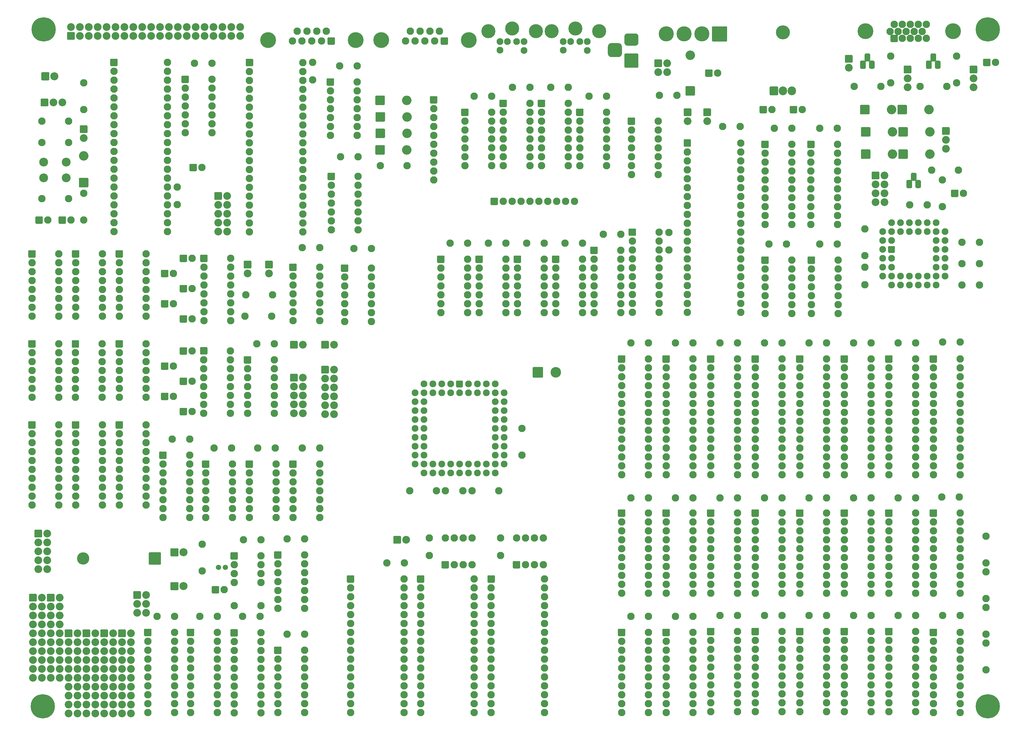
<source format=gbs>
%TF.GenerationSoftware,KiCad,Pcbnew,(5.1.10)-1*%
%TF.CreationDate,2022-03-11T09:02:50-05:00*%
%TF.ProjectId,Z180GDC,5a313830-4744-4432-9e6b-696361645f70,rev?*%
%TF.SameCoordinates,Original*%
%TF.FileFunction,Soldermask,Bot*%
%TF.FilePolarity,Negative*%
%FSLAX46Y46*%
G04 Gerber Fmt 4.6, Leading zero omitted, Abs format (unit mm)*
G04 Created by KiCad (PCBNEW (5.1.10)-1) date 2022-03-11 09:02:50*
%MOMM*%
%LPD*%
G01*
G04 APERTURE LIST*
%ADD10C,4.508000*%
%ADD11C,2.108000*%
%ADD12O,2.208000X2.208000*%
%ADD13C,3.008000*%
%ADD14O,2.413000X2.508000*%
%ADD15O,4.008001X4.008001*%
%ADD16O,2.108000X2.108000*%
%ADD17O,2.708000X2.708000*%
%ADD18C,3.508000*%
%ADD19C,2.308000*%
%ADD20C,4.005580*%
%ADD21C,1.930400*%
%ADD22C,6.908000*%
%ADD23C,4.318000*%
%ADD24C,2.508000*%
%ADD25C,1.508000*%
G04 APERTURE END LIST*
D10*
%TO.C,P2*%
X268929000Y-35034000D03*
X293929000Y-35034000D03*
D11*
X286274000Y-33124000D03*
X283984000Y-33124000D03*
X281694000Y-33124000D03*
X279404000Y-33124000D03*
X277114000Y-33124000D03*
X285129000Y-35104000D03*
X282839000Y-35104000D03*
X280549000Y-35104000D03*
X278259000Y-35104000D03*
X275969000Y-35104000D03*
X286274000Y-37084000D03*
X283984000Y-37084000D03*
X281694000Y-37084000D03*
X279404000Y-37084000D03*
G36*
G01*
X278168000Y-36284000D02*
X278168000Y-37884000D01*
G75*
G02*
X277914000Y-38138000I-254000J0D01*
G01*
X276314000Y-38138000D01*
G75*
G02*
X276060000Y-37884000I0J254000D01*
G01*
X276060000Y-36284000D01*
G75*
G02*
X276314000Y-36030000I254000J0D01*
G01*
X277914000Y-36030000D01*
G75*
G02*
X278168000Y-36284000I0J-254000D01*
G01*
G37*
%TD*%
D12*
%TO.C,JP5*%
X108458000Y-144018000D03*
X105918000Y-144018000D03*
X108458000Y-141478000D03*
X105918000Y-141478000D03*
X108458000Y-138938000D03*
X105918000Y-138938000D03*
X108458000Y-136398000D03*
X105918000Y-136398000D03*
X108458000Y-133858000D03*
G36*
G01*
X104814000Y-134708000D02*
X104814000Y-133008000D01*
G75*
G02*
X105068000Y-132754000I254000J0D01*
G01*
X106768000Y-132754000D01*
G75*
G02*
X107022000Y-133008000I0J-254000D01*
G01*
X107022000Y-134708000D01*
G75*
G02*
X106768000Y-134962000I-254000J0D01*
G01*
X105068000Y-134962000D01*
G75*
G02*
X104814000Y-134708000I0J254000D01*
G01*
G37*
%TD*%
%TO.C,P1*%
G36*
G01*
X174010000Y-133584001D02*
X174010000Y-131083999D01*
G75*
G02*
X174263999Y-130830000I253999J0D01*
G01*
X176764001Y-130830000D01*
G75*
G02*
X177018000Y-131083999I0J-253999D01*
G01*
X177018000Y-133584001D01*
G75*
G02*
X176764001Y-133838000I-253999J0D01*
G01*
X174263999Y-133838000D01*
G75*
G02*
X174010000Y-133584001I0J253999D01*
G01*
G37*
D13*
X180594000Y-132334000D03*
%TD*%
D14*
%TO.C,U27*%
X247904000Y-52070000D03*
X245364000Y-52070000D03*
G36*
G01*
X241617500Y-53070000D02*
X241617500Y-51070000D01*
G75*
G02*
X241871500Y-50816000I254000J0D01*
G01*
X243776500Y-50816000D01*
G75*
G02*
X244030500Y-51070000I0J-254000D01*
G01*
X244030500Y-53070000D01*
G75*
G02*
X243776500Y-53324000I-254000J0D01*
G01*
X241871500Y-53324000D01*
G75*
G02*
X241617500Y-53070000I0J254000D01*
G01*
G37*
D15*
X245364000Y-35410000D03*
%TD*%
%TO.C,D16*%
G36*
G01*
X280628000Y-79532000D02*
X280628000Y-77732000D01*
G75*
G02*
X280882000Y-77478000I254000J0D01*
G01*
X281982000Y-77478000D01*
G75*
G02*
X282236000Y-77732000I0J-254000D01*
G01*
X282236000Y-79532000D01*
G75*
G02*
X281982000Y-79786000I-254000J0D01*
G01*
X280882000Y-79786000D01*
G75*
G02*
X280628000Y-79532000I0J254000D01*
G01*
G37*
G36*
G01*
X283168000Y-79384000D02*
X283168000Y-77880000D01*
G75*
G02*
X283570000Y-77478000I402000J0D01*
G01*
X284374000Y-77478000D01*
G75*
G02*
X284776000Y-77880000I0J-402000D01*
G01*
X284776000Y-79384000D01*
G75*
G02*
X284374000Y-79786000I-402000J0D01*
G01*
X283570000Y-79786000D01*
G75*
G02*
X283168000Y-79384000I0J402000D01*
G01*
G37*
G36*
G01*
X281898000Y-77314000D02*
X281898000Y-75810000D01*
G75*
G02*
X282300000Y-75408000I402000J0D01*
G01*
X283104000Y-75408000D01*
G75*
G02*
X283506000Y-75810000I0J-402000D01*
G01*
X283506000Y-77314000D01*
G75*
G02*
X283104000Y-77716000I-402000J0D01*
G01*
X282300000Y-77716000D01*
G75*
G02*
X281898000Y-77314000I0J402000D01*
G01*
G37*
%TD*%
D12*
%TO.C,J5*%
X212344000Y-46736000D03*
X209804000Y-46736000D03*
X212344000Y-44196000D03*
G36*
G01*
X208700000Y-45046000D02*
X208700000Y-43346000D01*
G75*
G02*
X208954000Y-43092000I254000J0D01*
G01*
X210654000Y-43092000D01*
G75*
G02*
X210908000Y-43346000I0J-254000D01*
G01*
X210908000Y-45046000D01*
G75*
G02*
X210654000Y-45300000I-254000J0D01*
G01*
X208954000Y-45300000D01*
G75*
G02*
X208700000Y-45046000I0J254000D01*
G01*
G37*
%TD*%
D16*
%TO.C,R24*%
X164338000Y-166116000D03*
D11*
X156718000Y-166116000D03*
%TD*%
D16*
%TO.C,R23*%
X138938000Y-166116000D03*
D11*
X146558000Y-166116000D03*
%TD*%
D16*
%TO.C,R22*%
X268732000Y-91440000D03*
D11*
X268732000Y-99060000D03*
%TD*%
D12*
%TO.C,Z12*%
X59436000Y-229616000D03*
X56896000Y-229616000D03*
X59436000Y-227076000D03*
X56896000Y-227076000D03*
X59436000Y-224536000D03*
X56896000Y-224536000D03*
X59436000Y-221996000D03*
X56896000Y-221996000D03*
X59436000Y-219456000D03*
X56896000Y-219456000D03*
X59436000Y-216916000D03*
X56896000Y-216916000D03*
X59436000Y-214376000D03*
X56896000Y-214376000D03*
X59436000Y-211836000D03*
X56896000Y-211836000D03*
X59436000Y-209296000D03*
X56896000Y-209296000D03*
X59436000Y-206756000D03*
G36*
G01*
X55792000Y-207606000D02*
X55792000Y-205906000D01*
G75*
G02*
X56046000Y-205652000I254000J0D01*
G01*
X57746000Y-205652000D01*
G75*
G02*
X58000000Y-205906000I0J-254000D01*
G01*
X58000000Y-207606000D01*
G75*
G02*
X57746000Y-207860000I-254000J0D01*
G01*
X56046000Y-207860000D01*
G75*
G02*
X55792000Y-207606000I0J254000D01*
G01*
G37*
%TD*%
%TO.C,Z11*%
X54356000Y-229616000D03*
X51816000Y-229616000D03*
X54356000Y-227076000D03*
X51816000Y-227076000D03*
X54356000Y-224536000D03*
X51816000Y-224536000D03*
X54356000Y-221996000D03*
X51816000Y-221996000D03*
X54356000Y-219456000D03*
X51816000Y-219456000D03*
X54356000Y-216916000D03*
X51816000Y-216916000D03*
X54356000Y-214376000D03*
X51816000Y-214376000D03*
X54356000Y-211836000D03*
X51816000Y-211836000D03*
X54356000Y-209296000D03*
X51816000Y-209296000D03*
X54356000Y-206756000D03*
G36*
G01*
X50712000Y-207606000D02*
X50712000Y-205906000D01*
G75*
G02*
X50966000Y-205652000I254000J0D01*
G01*
X52666000Y-205652000D01*
G75*
G02*
X52920000Y-205906000I0J-254000D01*
G01*
X52920000Y-207606000D01*
G75*
G02*
X52666000Y-207860000I-254000J0D01*
G01*
X50966000Y-207860000D01*
G75*
G02*
X50712000Y-207606000I0J254000D01*
G01*
G37*
%TD*%
%TO.C,Z10*%
X49276000Y-229616000D03*
X46736000Y-229616000D03*
X49276000Y-227076000D03*
X46736000Y-227076000D03*
X49276000Y-224536000D03*
X46736000Y-224536000D03*
X49276000Y-221996000D03*
X46736000Y-221996000D03*
X49276000Y-219456000D03*
X46736000Y-219456000D03*
X49276000Y-216916000D03*
X46736000Y-216916000D03*
X49276000Y-214376000D03*
X46736000Y-214376000D03*
X49276000Y-211836000D03*
X46736000Y-211836000D03*
X49276000Y-209296000D03*
X46736000Y-209296000D03*
X49276000Y-206756000D03*
G36*
G01*
X45632000Y-207606000D02*
X45632000Y-205906000D01*
G75*
G02*
X45886000Y-205652000I254000J0D01*
G01*
X47586000Y-205652000D01*
G75*
G02*
X47840000Y-205906000I0J-254000D01*
G01*
X47840000Y-207606000D01*
G75*
G02*
X47586000Y-207860000I-254000J0D01*
G01*
X45886000Y-207860000D01*
G75*
G02*
X45632000Y-207606000I0J254000D01*
G01*
G37*
%TD*%
%TO.C,Z6*%
X44196000Y-229616000D03*
X41656000Y-229616000D03*
X44196000Y-227076000D03*
X41656000Y-227076000D03*
X44196000Y-224536000D03*
X41656000Y-224536000D03*
X44196000Y-221996000D03*
X41656000Y-221996000D03*
X44196000Y-219456000D03*
X41656000Y-219456000D03*
X44196000Y-216916000D03*
X41656000Y-216916000D03*
X44196000Y-214376000D03*
X41656000Y-214376000D03*
X44196000Y-211836000D03*
X41656000Y-211836000D03*
X44196000Y-209296000D03*
X41656000Y-209296000D03*
X44196000Y-206756000D03*
G36*
G01*
X40552000Y-207606000D02*
X40552000Y-205906000D01*
G75*
G02*
X40806000Y-205652000I254000J0D01*
G01*
X42506000Y-205652000D01*
G75*
G02*
X42760000Y-205906000I0J-254000D01*
G01*
X42760000Y-207606000D01*
G75*
G02*
X42506000Y-207860000I-254000J0D01*
G01*
X40806000Y-207860000D01*
G75*
G02*
X40552000Y-207606000I0J254000D01*
G01*
G37*
%TD*%
%TO.C,Z5*%
X39116000Y-219456000D03*
X36576000Y-219456000D03*
X39116000Y-216916000D03*
X36576000Y-216916000D03*
X39116000Y-214376000D03*
X36576000Y-214376000D03*
X39116000Y-211836000D03*
X36576000Y-211836000D03*
X39116000Y-209296000D03*
X36576000Y-209296000D03*
X39116000Y-206756000D03*
X36576000Y-206756000D03*
X39116000Y-204216000D03*
X36576000Y-204216000D03*
X39116000Y-201676000D03*
X36576000Y-201676000D03*
X39116000Y-199136000D03*
X36576000Y-199136000D03*
X39116000Y-196596000D03*
G36*
G01*
X35472000Y-197446000D02*
X35472000Y-195746000D01*
G75*
G02*
X35726000Y-195492000I254000J0D01*
G01*
X37426000Y-195492000D01*
G75*
G02*
X37680000Y-195746000I0J-254000D01*
G01*
X37680000Y-197446000D01*
G75*
G02*
X37426000Y-197700000I-254000J0D01*
G01*
X35726000Y-197700000D01*
G75*
G02*
X35472000Y-197446000I0J254000D01*
G01*
G37*
%TD*%
%TO.C,Z4*%
X34036000Y-219456000D03*
X31496000Y-219456000D03*
X34036000Y-216916000D03*
X31496000Y-216916000D03*
X34036000Y-214376000D03*
X31496000Y-214376000D03*
X34036000Y-211836000D03*
X31496000Y-211836000D03*
X34036000Y-209296000D03*
X31496000Y-209296000D03*
X34036000Y-206756000D03*
X31496000Y-206756000D03*
X34036000Y-204216000D03*
X31496000Y-204216000D03*
X34036000Y-201676000D03*
X31496000Y-201676000D03*
X34036000Y-199136000D03*
X31496000Y-199136000D03*
X34036000Y-196596000D03*
G36*
G01*
X30392000Y-197446000D02*
X30392000Y-195746000D01*
G75*
G02*
X30646000Y-195492000I254000J0D01*
G01*
X32346000Y-195492000D01*
G75*
G02*
X32600000Y-195746000I0J-254000D01*
G01*
X32600000Y-197446000D01*
G75*
G02*
X32346000Y-197700000I-254000J0D01*
G01*
X30646000Y-197700000D01*
G75*
G02*
X30392000Y-197446000I0J254000D01*
G01*
G37*
%TD*%
D17*
%TO.C,D9*%
X218948000Y-41910000D03*
G36*
G01*
X220048000Y-53424000D02*
X217848000Y-53424000D01*
G75*
G02*
X217594000Y-53170000I0J254000D01*
G01*
X217594000Y-50970000D01*
G75*
G02*
X217848000Y-50716000I254000J0D01*
G01*
X220048000Y-50716000D01*
G75*
G02*
X220302000Y-50970000I0J-254000D01*
G01*
X220302000Y-53170000D01*
G75*
G02*
X220048000Y-53424000I-254000J0D01*
G01*
G37*
%TD*%
D11*
%TO.C,C40*%
X212852000Y-97456000D03*
X212852000Y-92456000D03*
%TD*%
%TO.C,C37*%
X154098000Y-166116000D03*
X149098000Y-166116000D03*
%TD*%
%TO.C,C36*%
X255858000Y-62738000D03*
X260858000Y-62738000D03*
%TD*%
%TO.C,C35*%
X265510000Y-201676000D03*
X270510000Y-201676000D03*
%TD*%
%TO.C,C32*%
X119206000Y-70866000D03*
X124206000Y-70866000D03*
%TD*%
%TO.C,C31*%
X111252000Y-48942000D03*
X111252000Y-43942000D03*
%TD*%
%TO.C,C28*%
X118952000Y-44958000D03*
X123952000Y-44958000D03*
%TD*%
%TO.C,C26*%
X72644000Y-84502000D03*
X72644000Y-79502000D03*
%TD*%
D16*
%TO.C,Z14*%
X63754000Y-98552000D03*
X56134000Y-116332000D03*
X63754000Y-101092000D03*
X56134000Y-113792000D03*
X63754000Y-103632000D03*
X56134000Y-111252000D03*
X63754000Y-106172000D03*
X56134000Y-108712000D03*
X63754000Y-108712000D03*
X56134000Y-106172000D03*
X63754000Y-111252000D03*
X56134000Y-103632000D03*
X63754000Y-113792000D03*
X56134000Y-101092000D03*
X63754000Y-116332000D03*
G36*
G01*
X55080000Y-99352000D02*
X55080000Y-97752000D01*
G75*
G02*
X55334000Y-97498000I254000J0D01*
G01*
X56934000Y-97498000D01*
G75*
G02*
X57188000Y-97752000I0J-254000D01*
G01*
X57188000Y-99352000D01*
G75*
G02*
X56934000Y-99606000I-254000J0D01*
G01*
X55334000Y-99606000D01*
G75*
G02*
X55080000Y-99352000I0J254000D01*
G01*
G37*
%TD*%
%TO.C,U65*%
X177292000Y-100076000D03*
X169672000Y-115316000D03*
X177292000Y-102616000D03*
X169672000Y-112776000D03*
X177292000Y-105156000D03*
X169672000Y-110236000D03*
X177292000Y-107696000D03*
X169672000Y-107696000D03*
X177292000Y-110236000D03*
X169672000Y-105156000D03*
X177292000Y-112776000D03*
X169672000Y-102616000D03*
X177292000Y-115316000D03*
G36*
G01*
X168618000Y-100876000D02*
X168618000Y-99276000D01*
G75*
G02*
X168872000Y-99022000I254000J0D01*
G01*
X170472000Y-99022000D01*
G75*
G02*
X170726000Y-99276000I0J-254000D01*
G01*
X170726000Y-100876000D01*
G75*
G02*
X170472000Y-101130000I-254000J0D01*
G01*
X168872000Y-101130000D01*
G75*
G02*
X168618000Y-100876000I0J254000D01*
G01*
G37*
%TD*%
D18*
%TO.C,BT1*%
X45804000Y-185420000D03*
G36*
G01*
X68048000Y-183920000D02*
X68048000Y-186920000D01*
G75*
G02*
X67794000Y-187174000I-254000J0D01*
G01*
X64794000Y-187174000D01*
G75*
G02*
X64540000Y-186920000I0J254000D01*
G01*
X64540000Y-183920000D01*
G75*
G02*
X64794000Y-183666000I254000J0D01*
G01*
X67794000Y-183666000D01*
G75*
G02*
X68048000Y-183920000I0J-254000D01*
G01*
G37*
%TD*%
D11*
%TO.C,C1*%
X35774000Y-88900000D03*
G36*
G01*
X32220000Y-89700000D02*
X32220000Y-88100000D01*
G75*
G02*
X32474000Y-87846000I254000J0D01*
G01*
X34074000Y-87846000D01*
G75*
G02*
X34328000Y-88100000I0J-254000D01*
G01*
X34328000Y-89700000D01*
G75*
G02*
X34074000Y-89954000I-254000J0D01*
G01*
X32474000Y-89954000D01*
G75*
G02*
X32220000Y-89700000I0J254000D01*
G01*
G37*
%TD*%
%TO.C,C2*%
G36*
G01*
X38824000Y-89700000D02*
X38824000Y-88100000D01*
G75*
G02*
X39078000Y-87846000I254000J0D01*
G01*
X40678000Y-87846000D01*
G75*
G02*
X40932000Y-88100000I0J-254000D01*
G01*
X40932000Y-89700000D01*
G75*
G02*
X40678000Y-89954000I-254000J0D01*
G01*
X39078000Y-89954000D01*
G75*
G02*
X38824000Y-89700000I0J254000D01*
G01*
G37*
X42378000Y-88900000D03*
%TD*%
%TO.C,C3*%
X71588000Y-130556000D03*
G36*
G01*
X68034000Y-131356000D02*
X68034000Y-129756000D01*
G75*
G02*
X68288000Y-129502000I254000J0D01*
G01*
X69888000Y-129502000D01*
G75*
G02*
X70142000Y-129756000I0J-254000D01*
G01*
X70142000Y-131356000D01*
G75*
G02*
X69888000Y-131610000I-254000J0D01*
G01*
X68288000Y-131610000D01*
G75*
G02*
X68034000Y-131356000I0J254000D01*
G01*
G37*
%TD*%
%TO.C,C4*%
G36*
G01*
X68034000Y-139992000D02*
X68034000Y-138392000D01*
G75*
G02*
X68288000Y-138138000I254000J0D01*
G01*
X69888000Y-138138000D01*
G75*
G02*
X70142000Y-138392000I0J-254000D01*
G01*
X70142000Y-139992000D01*
G75*
G02*
X69888000Y-140246000I-254000J0D01*
G01*
X68288000Y-140246000D01*
G75*
G02*
X68034000Y-139992000I0J254000D01*
G01*
G37*
X71588000Y-139192000D03*
%TD*%
%TO.C,C5*%
X76922000Y-134874000D03*
G36*
G01*
X73368000Y-135674000D02*
X73368000Y-134074000D01*
G75*
G02*
X73622000Y-133820000I254000J0D01*
G01*
X75222000Y-133820000D01*
G75*
G02*
X75476000Y-134074000I0J-254000D01*
G01*
X75476000Y-135674000D01*
G75*
G02*
X75222000Y-135928000I-254000J0D01*
G01*
X73622000Y-135928000D01*
G75*
G02*
X73368000Y-135674000I0J254000D01*
G01*
G37*
%TD*%
%TO.C,C6*%
X76922000Y-126238000D03*
G36*
G01*
X73368000Y-127038000D02*
X73368000Y-125438000D01*
G75*
G02*
X73622000Y-125184000I254000J0D01*
G01*
X75222000Y-125184000D01*
G75*
G02*
X75476000Y-125438000I0J-254000D01*
G01*
X75476000Y-127038000D01*
G75*
G02*
X75222000Y-127292000I-254000J0D01*
G01*
X73622000Y-127292000D01*
G75*
G02*
X73368000Y-127038000I0J254000D01*
G01*
G37*
%TD*%
%TO.C,C7*%
G36*
G01*
X73368000Y-144310000D02*
X73368000Y-142710000D01*
G75*
G02*
X73622000Y-142456000I254000J0D01*
G01*
X75222000Y-142456000D01*
G75*
G02*
X75476000Y-142710000I0J-254000D01*
G01*
X75476000Y-144310000D01*
G75*
G02*
X75222000Y-144564000I-254000J0D01*
G01*
X73622000Y-144564000D01*
G75*
G02*
X73368000Y-144310000I0J254000D01*
G01*
G37*
X76922000Y-143510000D03*
%TD*%
%TO.C,C8*%
G36*
G01*
X238722000Y-58204000D02*
X238722000Y-56604000D01*
G75*
G02*
X238976000Y-56350000I254000J0D01*
G01*
X240576000Y-56350000D01*
G75*
G02*
X240830000Y-56604000I0J-254000D01*
G01*
X240830000Y-58204000D01*
G75*
G02*
X240576000Y-58458000I-254000J0D01*
G01*
X238976000Y-58458000D01*
G75*
G02*
X238722000Y-58204000I0J254000D01*
G01*
G37*
X242276000Y-57404000D03*
%TD*%
%TO.C,C9*%
G36*
G01*
X68034000Y-104940000D02*
X68034000Y-103340000D01*
G75*
G02*
X68288000Y-103086000I254000J0D01*
G01*
X69888000Y-103086000D01*
G75*
G02*
X70142000Y-103340000I0J-254000D01*
G01*
X70142000Y-104940000D01*
G75*
G02*
X69888000Y-105194000I-254000J0D01*
G01*
X68288000Y-105194000D01*
G75*
G02*
X68034000Y-104940000I0J254000D01*
G01*
G37*
X71588000Y-104140000D03*
%TD*%
%TO.C,C10*%
X71588000Y-112776000D03*
G36*
G01*
X68034000Y-113576000D02*
X68034000Y-111976000D01*
G75*
G02*
X68288000Y-111722000I254000J0D01*
G01*
X69888000Y-111722000D01*
G75*
G02*
X70142000Y-111976000I0J-254000D01*
G01*
X70142000Y-113576000D01*
G75*
G02*
X69888000Y-113830000I-254000J0D01*
G01*
X68288000Y-113830000D01*
G75*
G02*
X68034000Y-113576000I0J254000D01*
G01*
G37*
%TD*%
%TO.C,C11*%
X250912000Y-57404000D03*
G36*
G01*
X247358000Y-58204000D02*
X247358000Y-56604000D01*
G75*
G02*
X247612000Y-56350000I254000J0D01*
G01*
X249212000Y-56350000D01*
G75*
G02*
X249466000Y-56604000I0J-254000D01*
G01*
X249466000Y-58204000D01*
G75*
G02*
X249212000Y-58458000I-254000J0D01*
G01*
X247612000Y-58458000D01*
G75*
G02*
X247358000Y-58204000I0J254000D01*
G01*
G37*
%TD*%
%TO.C,C12*%
G36*
G01*
X223228000Y-47790000D02*
X223228000Y-46190000D01*
G75*
G02*
X223482000Y-45936000I254000J0D01*
G01*
X225082000Y-45936000D01*
G75*
G02*
X225336000Y-46190000I0J-254000D01*
G01*
X225336000Y-47790000D01*
G75*
G02*
X225082000Y-48044000I-254000J0D01*
G01*
X223482000Y-48044000D01*
G75*
G02*
X223228000Y-47790000I0J254000D01*
G01*
G37*
X226782000Y-46990000D03*
%TD*%
%TO.C,C13*%
G36*
G01*
X73368000Y-109258000D02*
X73368000Y-107658000D01*
G75*
G02*
X73622000Y-107404000I254000J0D01*
G01*
X75222000Y-107404000D01*
G75*
G02*
X75476000Y-107658000I0J-254000D01*
G01*
X75476000Y-109258000D01*
G75*
G02*
X75222000Y-109512000I-254000J0D01*
G01*
X73622000Y-109512000D01*
G75*
G02*
X73368000Y-109258000I0J254000D01*
G01*
G37*
X76922000Y-108458000D03*
%TD*%
%TO.C,C14*%
X76922000Y-99822000D03*
G36*
G01*
X73368000Y-100622000D02*
X73368000Y-99022000D01*
G75*
G02*
X73622000Y-98768000I254000J0D01*
G01*
X75222000Y-98768000D01*
G75*
G02*
X75476000Y-99022000I0J-254000D01*
G01*
X75476000Y-100622000D01*
G75*
G02*
X75222000Y-100876000I-254000J0D01*
G01*
X73622000Y-100876000D01*
G75*
G02*
X73368000Y-100622000I0J254000D01*
G01*
G37*
%TD*%
%TO.C,C15*%
X76922000Y-117094000D03*
G36*
G01*
X73368000Y-117894000D02*
X73368000Y-116294000D01*
G75*
G02*
X73622000Y-116040000I254000J0D01*
G01*
X75222000Y-116040000D01*
G75*
G02*
X75476000Y-116294000I0J-254000D01*
G01*
X75476000Y-117894000D01*
G75*
G02*
X75222000Y-118148000I-254000J0D01*
G01*
X73622000Y-118148000D01*
G75*
G02*
X73368000Y-117894000I0J254000D01*
G01*
G37*
%TD*%
%TO.C,C16*%
X113284000Y-96774000D03*
X108284000Y-96774000D03*
%TD*%
%TO.C,C17*%
X108284000Y-153924000D03*
X113284000Y-153924000D03*
%TD*%
%TO.C,C18*%
X132414000Y-186690000D03*
X137414000Y-186690000D03*
%TD*%
%TO.C,C19*%
X265510000Y-123952000D03*
X270510000Y-123952000D03*
%TD*%
%TO.C,C20*%
X290656000Y-167894000D03*
X295656000Y-167894000D03*
%TD*%
%TO.C,C21*%
X66882000Y-201930000D03*
X71882000Y-201930000D03*
%TD*%
%TO.C,C22*%
X207010000Y-201930000D03*
X202010000Y-201930000D03*
%TD*%
%TO.C,C23*%
G36*
G01*
X82512000Y-195110000D02*
X82512000Y-193510000D01*
G75*
G02*
X82766000Y-193256000I254000J0D01*
G01*
X84366000Y-193256000D01*
G75*
G02*
X84620000Y-193510000I0J-254000D01*
G01*
X84620000Y-195110000D01*
G75*
G02*
X84366000Y-195364000I-254000J0D01*
G01*
X82766000Y-195364000D01*
G75*
G02*
X82512000Y-195110000I0J254000D01*
G01*
G37*
X86066000Y-194310000D03*
%TD*%
%TO.C,C24*%
X210138000Y-53340000D03*
X215138000Y-53340000D03*
%TD*%
%TO.C,C25*%
X247904000Y-62738000D03*
X242904000Y-62738000D03*
%TD*%
%TO.C,C27*%
G36*
G01*
X293332000Y-82080000D02*
X293332000Y-80480000D01*
G75*
G02*
X293586000Y-80226000I254000J0D01*
G01*
X295186000Y-80226000D01*
G75*
G02*
X295440000Y-80480000I0J-254000D01*
G01*
X295440000Y-82080000D01*
G75*
G02*
X295186000Y-82334000I-254000J0D01*
G01*
X293586000Y-82334000D01*
G75*
G02*
X293332000Y-82080000I0J254000D01*
G01*
G37*
X296886000Y-81280000D03*
%TD*%
%TO.C,C29*%
X283210000Y-168148000D03*
X278210000Y-168148000D03*
%TD*%
%TO.C,C30*%
X240110000Y-201676000D03*
X245110000Y-201676000D03*
%TD*%
%TO.C,C33*%
X103966000Y-207010000D03*
X108966000Y-207010000D03*
%TD*%
%TO.C,C34*%
X96266000Y-201930000D03*
X91266000Y-201930000D03*
%TD*%
%TO.C,C38*%
X83138000Y-153924000D03*
X88138000Y-153924000D03*
%TD*%
%TO.C,C39*%
X278210000Y-201676000D03*
X283210000Y-201676000D03*
%TD*%
%TO.C,C42*%
X157306000Y-53594000D03*
X162306000Y-53594000D03*
%TD*%
%TO.C,C43*%
X76200000Y-151384000D03*
X71200000Y-151384000D03*
%TD*%
%TO.C,C46*%
X155448000Y-95504000D03*
X150448000Y-95504000D03*
%TD*%
%TO.C,C47*%
X227410000Y-201676000D03*
X232410000Y-201676000D03*
%TD*%
%TO.C,C50*%
X161370000Y-95504000D03*
X166370000Y-95504000D03*
%TD*%
%TO.C,C51*%
X270510000Y-168148000D03*
X265510000Y-168148000D03*
%TD*%
%TO.C,C54*%
X255858000Y-95758000D03*
X260858000Y-95758000D03*
%TD*%
%TO.C,C55*%
X202010000Y-123952000D03*
X207010000Y-123952000D03*
%TD*%
%TO.C,C57*%
X184150000Y-51054000D03*
X179150000Y-51054000D03*
%TD*%
%TO.C,C59*%
X100584000Y-153924000D03*
X95584000Y-153924000D03*
%TD*%
%TO.C,C60*%
X144526000Y-184578000D03*
X144526000Y-179578000D03*
%TD*%
%TO.C,C63*%
X100330000Y-124206000D03*
X95330000Y-124206000D03*
%TD*%
%TO.C,C66*%
G36*
G01*
X302476000Y-44742000D02*
X302476000Y-43142000D01*
G75*
G02*
X302730000Y-42888000I254000J0D01*
G01*
X304330000Y-42888000D01*
G75*
G02*
X304584000Y-43142000I0J-254000D01*
G01*
X304584000Y-44742000D01*
G75*
G02*
X304330000Y-44996000I-254000J0D01*
G01*
X302730000Y-44996000D01*
G75*
G02*
X302476000Y-44742000I0J254000D01*
G01*
G37*
X306030000Y-43942000D03*
%TD*%
%TO.C,C69*%
X79716000Y-73914000D03*
G36*
G01*
X76162000Y-74714000D02*
X76162000Y-73114000D01*
G75*
G02*
X76416000Y-72860000I254000J0D01*
G01*
X78016000Y-72860000D01*
G75*
G02*
X78270000Y-73114000I0J-254000D01*
G01*
X78270000Y-74714000D01*
G75*
G02*
X78016000Y-74968000I-254000J0D01*
G01*
X76416000Y-74968000D01*
G75*
G02*
X76162000Y-74714000I0J254000D01*
G01*
G37*
%TD*%
%TO.C,C80*%
X290910000Y-201676000D03*
X295910000Y-201676000D03*
%TD*%
%TO.C,C81*%
X91520000Y-180086000D03*
X96520000Y-180086000D03*
%TD*%
%TO.C,C84*%
X173228000Y-51054000D03*
X168228000Y-51054000D03*
%TD*%
%TO.C,C85*%
X84074000Y-201930000D03*
X79074000Y-201930000D03*
%TD*%
%TO.C,C88*%
X257810000Y-168148000D03*
X252810000Y-168148000D03*
%TD*%
%TO.C,C89*%
X232410000Y-123952000D03*
X227410000Y-123952000D03*
%TD*%
%TO.C,C92*%
X252810000Y-123952000D03*
X257810000Y-123952000D03*
%TD*%
%TO.C,C93*%
X227410000Y-168148000D03*
X232410000Y-168148000D03*
%TD*%
%TO.C,C96*%
X195072000Y-53594000D03*
X190072000Y-53594000D03*
%TD*%
%TO.C,C97*%
X257810000Y-201676000D03*
X252810000Y-201676000D03*
%TD*%
%TO.C,C100*%
X219710000Y-201930000D03*
X214710000Y-201930000D03*
%TD*%
%TO.C,C101*%
X82550000Y-44196000D03*
X77550000Y-44196000D03*
%TD*%
%TO.C,C103*%
X241380000Y-95758000D03*
X246380000Y-95758000D03*
%TD*%
%TO.C,C104*%
X214710000Y-168148000D03*
X219710000Y-168148000D03*
%TD*%
%TO.C,C107*%
X214710000Y-123952000D03*
X219710000Y-123952000D03*
%TD*%
%TO.C,C108*%
X172292000Y-95504000D03*
X177292000Y-95504000D03*
%TD*%
%TO.C,C110*%
X233172000Y-62230000D03*
X228172000Y-62230000D03*
%TD*%
%TO.C,C112*%
X108966000Y-179832000D03*
X103966000Y-179832000D03*
%TD*%
%TO.C,C113*%
X283210000Y-123952000D03*
X278210000Y-123952000D03*
%TD*%
%TO.C,C116*%
X295910000Y-123698000D03*
X290910000Y-123698000D03*
%TD*%
%TO.C,C117*%
X183214000Y-95504000D03*
X188214000Y-95504000D03*
%TD*%
%TO.C,C120*%
X245110000Y-168148000D03*
X240110000Y-168148000D03*
%TD*%
%TO.C,C121*%
X164846000Y-179578000D03*
X164846000Y-184578000D03*
%TD*%
%TO.C,C123*%
X240110000Y-123952000D03*
X245110000Y-123952000D03*
%TD*%
%TO.C,C124*%
X194136000Y-92964000D03*
X199136000Y-92964000D03*
%TD*%
%TO.C,C127*%
X202010000Y-168148000D03*
X207010000Y-168148000D03*
%TD*%
%TO.C,C128*%
X128016000Y-97028000D03*
X123016000Y-97028000D03*
%TD*%
%TO.C,C130*%
X301418000Y-95250000D03*
X296418000Y-95250000D03*
%TD*%
%TO.C,C131*%
X286512000Y-84582000D03*
X281512000Y-84582000D03*
%TD*%
%TO.C,C132*%
X296418000Y-101346000D03*
X301418000Y-101346000D03*
%TD*%
%TO.C,C133*%
X296418000Y-107442000D03*
X301418000Y-107442000D03*
%TD*%
%TO.C,C134*%
X268732000Y-107362000D03*
X268732000Y-102362000D03*
%TD*%
%TO.C,D1*%
G36*
G01*
X47074000Y-79586000D02*
X44874000Y-79586000D01*
G75*
G02*
X44620000Y-79332000I0J254000D01*
G01*
X44620000Y-77132000D01*
G75*
G02*
X44874000Y-76878000I254000J0D01*
G01*
X47074000Y-76878000D01*
G75*
G02*
X47328000Y-77132000I0J-254000D01*
G01*
X47328000Y-79332000D01*
G75*
G02*
X47074000Y-79586000I-254000J0D01*
G01*
G37*
D17*
X45974000Y-70612000D03*
%TD*%
%TO.C,D2*%
G36*
G01*
X70728000Y-194194000D02*
X70728000Y-192394000D01*
G75*
G02*
X70982000Y-192140000I254000J0D01*
G01*
X72782000Y-192140000D01*
G75*
G02*
X73036000Y-192394000I0J-254000D01*
G01*
X73036000Y-194194000D01*
G75*
G02*
X72782000Y-194448000I-254000J0D01*
G01*
X70982000Y-194448000D01*
G75*
G02*
X70728000Y-194194000I0J254000D01*
G01*
G37*
D19*
X74422000Y-193294000D03*
%TD*%
%TO.C,D3*%
G36*
G01*
X33898000Y-48802000D02*
X33898000Y-47002000D01*
G75*
G02*
X34152000Y-46748000I254000J0D01*
G01*
X35952000Y-46748000D01*
G75*
G02*
X36206000Y-47002000I0J-254000D01*
G01*
X36206000Y-48802000D01*
G75*
G02*
X35952000Y-49056000I-254000J0D01*
G01*
X34152000Y-49056000D01*
G75*
G02*
X33898000Y-48802000I0J254000D01*
G01*
G37*
X37592000Y-47902000D03*
%TD*%
%TO.C,D4*%
G36*
G01*
X129202000Y-65282000D02*
X129202000Y-63082000D01*
G75*
G02*
X129456000Y-62828000I254000J0D01*
G01*
X131656000Y-62828000D01*
G75*
G02*
X131910000Y-63082000I0J-254000D01*
G01*
X131910000Y-65282000D01*
G75*
G02*
X131656000Y-65536000I-254000J0D01*
G01*
X129456000Y-65536000D01*
G75*
G02*
X129202000Y-65282000I0J254000D01*
G01*
G37*
D17*
X138176000Y-64182000D03*
%TD*%
%TO.C,D5*%
X138176000Y-59472000D03*
G36*
G01*
X129202000Y-60572000D02*
X129202000Y-58372000D01*
G75*
G02*
X129456000Y-58118000I254000J0D01*
G01*
X131656000Y-58118000D01*
G75*
G02*
X131910000Y-58372000I0J-254000D01*
G01*
X131910000Y-60572000D01*
G75*
G02*
X131656000Y-60826000I-254000J0D01*
G01*
X129456000Y-60826000D01*
G75*
G02*
X129202000Y-60572000I0J254000D01*
G01*
G37*
%TD*%
D19*
%TO.C,D6*%
X74422000Y-183642000D03*
G36*
G01*
X70728000Y-184542000D02*
X70728000Y-182742000D01*
G75*
G02*
X70982000Y-182488000I254000J0D01*
G01*
X72782000Y-182488000D01*
G75*
G02*
X73036000Y-182742000I0J-254000D01*
G01*
X73036000Y-184542000D01*
G75*
G02*
X72782000Y-184796000I-254000J0D01*
G01*
X70982000Y-184796000D01*
G75*
G02*
X70728000Y-184542000I0J254000D01*
G01*
G37*
%TD*%
%TO.C,D7*%
G36*
G01*
X129158000Y-55854000D02*
X129158000Y-53654000D01*
G75*
G02*
X129412000Y-53400000I254000J0D01*
G01*
X131612000Y-53400000D01*
G75*
G02*
X131866000Y-53654000I0J-254000D01*
G01*
X131866000Y-55854000D01*
G75*
G02*
X131612000Y-56108000I-254000J0D01*
G01*
X129412000Y-56108000D01*
G75*
G02*
X129158000Y-55854000I0J254000D01*
G01*
G37*
D17*
X138132000Y-54754000D03*
%TD*%
%TO.C,D8*%
G36*
G01*
X129158000Y-69992000D02*
X129158000Y-67792000D01*
G75*
G02*
X129412000Y-67538000I254000J0D01*
G01*
X131612000Y-67538000D01*
G75*
G02*
X131866000Y-67792000I0J-254000D01*
G01*
X131866000Y-69992000D01*
G75*
G02*
X131612000Y-70246000I-254000J0D01*
G01*
X129412000Y-70246000D01*
G75*
G02*
X129158000Y-69992000I0J254000D01*
G01*
G37*
X138132000Y-68892000D03*
%TD*%
%TO.C,D10*%
G36*
G01*
X278300000Y-71204000D02*
X278300000Y-69004000D01*
G75*
G02*
X278554000Y-68750000I254000J0D01*
G01*
X280754000Y-68750000D01*
G75*
G02*
X281008000Y-69004000I0J-254000D01*
G01*
X281008000Y-71204000D01*
G75*
G02*
X280754000Y-71458000I-254000J0D01*
G01*
X278554000Y-71458000D01*
G75*
G02*
X278300000Y-71204000I0J254000D01*
G01*
G37*
X287274000Y-70104000D03*
%TD*%
%TO.C,D11*%
X276606000Y-70104000D03*
G36*
G01*
X267632000Y-71204000D02*
X267632000Y-69004000D01*
G75*
G02*
X267886000Y-68750000I254000J0D01*
G01*
X270086000Y-68750000D01*
G75*
G02*
X270340000Y-69004000I0J-254000D01*
G01*
X270340000Y-71204000D01*
G75*
G02*
X270086000Y-71458000I-254000J0D01*
G01*
X267886000Y-71458000D01*
G75*
G02*
X267632000Y-71204000I0J254000D01*
G01*
G37*
%TD*%
%TO.C,D12*%
X287274000Y-63754000D03*
G36*
G01*
X278300000Y-64854000D02*
X278300000Y-62654000D01*
G75*
G02*
X278554000Y-62400000I254000J0D01*
G01*
X280754000Y-62400000D01*
G75*
G02*
X281008000Y-62654000I0J-254000D01*
G01*
X281008000Y-64854000D01*
G75*
G02*
X280754000Y-65108000I-254000J0D01*
G01*
X278554000Y-65108000D01*
G75*
G02*
X278300000Y-64854000I0J254000D01*
G01*
G37*
%TD*%
%TO.C,D13*%
G36*
G01*
X267632000Y-64854000D02*
X267632000Y-62654000D01*
G75*
G02*
X267886000Y-62400000I254000J0D01*
G01*
X270086000Y-62400000D01*
G75*
G02*
X270340000Y-62654000I0J-254000D01*
G01*
X270340000Y-64854000D01*
G75*
G02*
X270086000Y-65108000I-254000J0D01*
G01*
X267886000Y-65108000D01*
G75*
G02*
X267632000Y-64854000I0J254000D01*
G01*
G37*
X276606000Y-63754000D03*
%TD*%
%TO.C,D14*%
G36*
G01*
X278046000Y-58504000D02*
X278046000Y-56304000D01*
G75*
G02*
X278300000Y-56050000I254000J0D01*
G01*
X280500000Y-56050000D01*
G75*
G02*
X280754000Y-56304000I0J-254000D01*
G01*
X280754000Y-58504000D01*
G75*
G02*
X280500000Y-58758000I-254000J0D01*
G01*
X278300000Y-58758000D01*
G75*
G02*
X278046000Y-58504000I0J254000D01*
G01*
G37*
X287020000Y-57404000D03*
%TD*%
%TO.C,D15*%
X276352000Y-57404000D03*
G36*
G01*
X267378000Y-58504000D02*
X267378000Y-56304000D01*
G75*
G02*
X267632000Y-56050000I254000J0D01*
G01*
X269832000Y-56050000D01*
G75*
G02*
X270086000Y-56304000I0J-254000D01*
G01*
X270086000Y-58504000D01*
G75*
G02*
X269832000Y-58758000I-254000J0D01*
G01*
X267632000Y-58758000D01*
G75*
G02*
X267378000Y-58504000I0J254000D01*
G01*
G37*
%TD*%
%TO.C,J1*%
G36*
G01*
X200433999Y-41430000D02*
X203934001Y-41430000D01*
G75*
G02*
X204188000Y-41683999I0J-253999D01*
G01*
X204188000Y-45184001D01*
G75*
G02*
X203934001Y-45438000I-253999J0D01*
G01*
X200433999Y-45438000D01*
G75*
G02*
X200180000Y-45184001I0J253999D01*
G01*
X200180000Y-41683999D01*
G75*
G02*
X200433999Y-41430000I253999J0D01*
G01*
G37*
G36*
G01*
X201057000Y-35680000D02*
X203311000Y-35680000D01*
G75*
G02*
X204188000Y-36557000I0J-877000D01*
G01*
X204188000Y-38311000D01*
G75*
G02*
X203311000Y-39188000I-877000J0D01*
G01*
X201057000Y-39188000D01*
G75*
G02*
X200180000Y-38311000I0J877000D01*
G01*
X200180000Y-36557000D01*
G75*
G02*
X201057000Y-35680000I877000J0D01*
G01*
G37*
G36*
G01*
X196482000Y-38430000D02*
X198486000Y-38430000D01*
G75*
G02*
X199488000Y-39432000I0J-1002000D01*
G01*
X199488000Y-41436000D01*
G75*
G02*
X198486000Y-42438000I-1002000J0D01*
G01*
X196482000Y-42438000D01*
G75*
G02*
X195480000Y-41436000I0J1002000D01*
G01*
X195480000Y-39432000D01*
G75*
G02*
X196482000Y-38430000I1002000J0D01*
G01*
G37*
%TD*%
D12*
%TO.C,JP8*%
X117348000Y-124460000D03*
G36*
G01*
X115658000Y-125564000D02*
X113958000Y-125564000D01*
G75*
G02*
X113704000Y-125310000I0J254000D01*
G01*
X113704000Y-123610000D01*
G75*
G02*
X113958000Y-123356000I254000J0D01*
G01*
X115658000Y-123356000D01*
G75*
G02*
X115912000Y-123610000I0J-254000D01*
G01*
X115912000Y-125310000D01*
G75*
G02*
X115658000Y-125564000I-254000J0D01*
G01*
G37*
%TD*%
%TO.C,JP10*%
G36*
G01*
X106768000Y-125564000D02*
X105068000Y-125564000D01*
G75*
G02*
X104814000Y-125310000I0J254000D01*
G01*
X104814000Y-123610000D01*
G75*
G02*
X105068000Y-123356000I254000J0D01*
G01*
X106768000Y-123356000D01*
G75*
G02*
X107022000Y-123610000I0J-254000D01*
G01*
X107022000Y-125310000D01*
G75*
G02*
X106768000Y-125564000I-254000J0D01*
G01*
G37*
X108458000Y-124460000D03*
%TD*%
%TO.C,JP2*%
G36*
G01*
X263056000Y-43776000D02*
X263056000Y-42076000D01*
G75*
G02*
X263310000Y-41822000I254000J0D01*
G01*
X265010000Y-41822000D01*
G75*
G02*
X265264000Y-42076000I0J-254000D01*
G01*
X265264000Y-43776000D01*
G75*
G02*
X265010000Y-44030000I-254000J0D01*
G01*
X263310000Y-44030000D01*
G75*
G02*
X263056000Y-43776000I0J254000D01*
G01*
G37*
X264160000Y-45466000D03*
%TD*%
%TO.C,JP6*%
X98806000Y-104140000D03*
G36*
G01*
X97702000Y-102450000D02*
X97702000Y-100750000D01*
G75*
G02*
X97956000Y-100496000I254000J0D01*
G01*
X99656000Y-100496000D01*
G75*
G02*
X99910000Y-100750000I0J-254000D01*
G01*
X99910000Y-102450000D01*
G75*
G02*
X99656000Y-102704000I-254000J0D01*
G01*
X97956000Y-102704000D01*
G75*
G02*
X97702000Y-102450000I0J254000D01*
G01*
G37*
%TD*%
%TO.C,JP7*%
G36*
G01*
X91606000Y-102450000D02*
X91606000Y-100750000D01*
G75*
G02*
X91860000Y-100496000I254000J0D01*
G01*
X93560000Y-100496000D01*
G75*
G02*
X93814000Y-100750000I0J-254000D01*
G01*
X93814000Y-102450000D01*
G75*
G02*
X93560000Y-102704000I-254000J0D01*
G01*
X91860000Y-102704000D01*
G75*
G02*
X91606000Y-102450000I0J254000D01*
G01*
G37*
X92710000Y-104140000D03*
%TD*%
%TO.C,JP9*%
X39878000Y-55372000D03*
X37338000Y-55372000D03*
G36*
G01*
X35648000Y-56476000D02*
X33948000Y-56476000D01*
G75*
G02*
X33694000Y-56222000I0J254000D01*
G01*
X33694000Y-54522000D01*
G75*
G02*
X33948000Y-54268000I254000J0D01*
G01*
X35648000Y-54268000D01*
G75*
G02*
X35902000Y-54522000I0J-254000D01*
G01*
X35902000Y-56222000D01*
G75*
G02*
X35648000Y-56476000I-254000J0D01*
G01*
G37*
%TD*%
%TO.C,JP12*%
X280924000Y-51054000D03*
X280924000Y-48514000D03*
G36*
G01*
X279820000Y-46824000D02*
X279820000Y-45124000D01*
G75*
G02*
X280074000Y-44870000I254000J0D01*
G01*
X281774000Y-44870000D01*
G75*
G02*
X282028000Y-45124000I0J-254000D01*
G01*
X282028000Y-46824000D01*
G75*
G02*
X281774000Y-47078000I-254000J0D01*
G01*
X280074000Y-47078000D01*
G75*
G02*
X279820000Y-46824000I0J254000D01*
G01*
G37*
%TD*%
%TO.C,JP13*%
G36*
G01*
X298616000Y-46824000D02*
X298616000Y-45124000D01*
G75*
G02*
X298870000Y-44870000I254000J0D01*
G01*
X300570000Y-44870000D01*
G75*
G02*
X300824000Y-45124000I0J-254000D01*
G01*
X300824000Y-46824000D01*
G75*
G02*
X300570000Y-47078000I-254000J0D01*
G01*
X298870000Y-47078000D01*
G75*
G02*
X298616000Y-46824000I0J254000D01*
G01*
G37*
X299720000Y-48514000D03*
X299720000Y-51054000D03*
%TD*%
%TO.C,JP14*%
G36*
G01*
X290742000Y-64350000D02*
X290742000Y-62650000D01*
G75*
G02*
X290996000Y-62396000I254000J0D01*
G01*
X292696000Y-62396000D01*
G75*
G02*
X292950000Y-62650000I0J-254000D01*
G01*
X292950000Y-64350000D01*
G75*
G02*
X292696000Y-64604000I-254000J0D01*
G01*
X290996000Y-64604000D01*
G75*
G02*
X290742000Y-64350000I0J254000D01*
G01*
G37*
X291846000Y-66040000D03*
X291846000Y-68580000D03*
%TD*%
%TO.C,JP1*%
G36*
G01*
X60110000Y-196684000D02*
X60110000Y-194984000D01*
G75*
G02*
X60364000Y-194730000I254000J0D01*
G01*
X62064000Y-194730000D01*
G75*
G02*
X62318000Y-194984000I0J-254000D01*
G01*
X62318000Y-196684000D01*
G75*
G02*
X62064000Y-196938000I-254000J0D01*
G01*
X60364000Y-196938000D01*
G75*
G02*
X60110000Y-196684000I0J254000D01*
G01*
G37*
X63754000Y-195834000D03*
X61214000Y-198374000D03*
X63754000Y-198374000D03*
X61214000Y-200914000D03*
X63754000Y-200914000D03*
%TD*%
%TO.C,X2*%
G36*
G01*
X119342000Y-103416000D02*
X119342000Y-101816000D01*
G75*
G02*
X119596000Y-101562000I254000J0D01*
G01*
X121196000Y-101562000D01*
G75*
G02*
X121450000Y-101816000I0J-254000D01*
G01*
X121450000Y-103416000D01*
G75*
G02*
X121196000Y-103670000I-254000J0D01*
G01*
X119596000Y-103670000D01*
G75*
G02*
X119342000Y-103416000I0J254000D01*
G01*
G37*
D16*
X128016000Y-117856000D03*
X120396000Y-105156000D03*
X128016000Y-115316000D03*
X120396000Y-107696000D03*
X128016000Y-112776000D03*
X120396000Y-110236000D03*
X128016000Y-110236000D03*
X120396000Y-112776000D03*
X128016000Y-107696000D03*
X120396000Y-115316000D03*
X128016000Y-105156000D03*
X120396000Y-117856000D03*
X128016000Y-102616000D03*
%TD*%
D12*
%TO.C,J14*%
X45974000Y-65532000D03*
G36*
G01*
X44870000Y-63842000D02*
X44870000Y-62142000D01*
G75*
G02*
X45124000Y-61888000I254000J0D01*
G01*
X46824000Y-61888000D01*
G75*
G02*
X47078000Y-62142000I0J-254000D01*
G01*
X47078000Y-63842000D01*
G75*
G02*
X46824000Y-64096000I-254000J0D01*
G01*
X45124000Y-64096000D01*
G75*
G02*
X44870000Y-63842000I0J254000D01*
G01*
G37*
%TD*%
%TO.C,J2*%
G36*
G01*
X136232000Y-181190000D02*
X134532000Y-181190000D01*
G75*
G02*
X134278000Y-180936000I0J254000D01*
G01*
X134278000Y-179236000D01*
G75*
G02*
X134532000Y-178982000I254000J0D01*
G01*
X136232000Y-178982000D01*
G75*
G02*
X136486000Y-179236000I0J-254000D01*
G01*
X136486000Y-180936000D01*
G75*
G02*
X136232000Y-181190000I-254000J0D01*
G01*
G37*
X137922000Y-180086000D03*
%TD*%
D16*
%TO.C,X3*%
X113284000Y-102362000D03*
X105664000Y-117602000D03*
X113284000Y-104902000D03*
X105664000Y-115062000D03*
X113284000Y-107442000D03*
X105664000Y-112522000D03*
X113284000Y-109982000D03*
X105664000Y-109982000D03*
X113284000Y-112522000D03*
X105664000Y-107442000D03*
X113284000Y-115062000D03*
X105664000Y-104902000D03*
X113284000Y-117602000D03*
G36*
G01*
X104610000Y-103162000D02*
X104610000Y-101562000D01*
G75*
G02*
X104864000Y-101308000I254000J0D01*
G01*
X106464000Y-101308000D01*
G75*
G02*
X106718000Y-101562000I0J-254000D01*
G01*
X106718000Y-103162000D01*
G75*
G02*
X106464000Y-103416000I-254000J0D01*
G01*
X104864000Y-103416000D01*
G75*
G02*
X104610000Y-103162000I0J254000D01*
G01*
G37*
%TD*%
%TO.C,J15*%
G36*
G01*
X43196000Y-37482000D02*
X41496000Y-37482000D01*
G75*
G02*
X41242000Y-37228000I0J254000D01*
G01*
X41242000Y-35528000D01*
G75*
G02*
X41496000Y-35274000I254000J0D01*
G01*
X43196000Y-35274000D01*
G75*
G02*
X43450000Y-35528000I0J-254000D01*
G01*
X43450000Y-37228000D01*
G75*
G02*
X43196000Y-37482000I-254000J0D01*
G01*
G37*
D12*
X42346000Y-33838000D03*
X44886000Y-36378000D03*
X44886000Y-33838000D03*
X47426000Y-36378000D03*
X47426000Y-33838000D03*
X49966000Y-36378000D03*
X49966000Y-33838000D03*
X52506000Y-36378000D03*
X52506000Y-33838000D03*
X55046000Y-36378000D03*
X55046000Y-33838000D03*
X57586000Y-36378000D03*
X57586000Y-33838000D03*
X60126000Y-36378000D03*
X60126000Y-33838000D03*
X62666000Y-36378000D03*
X62666000Y-33838000D03*
X65206000Y-36378000D03*
X65206000Y-33838000D03*
X67746000Y-36378000D03*
X67746000Y-33838000D03*
X70286000Y-36378000D03*
X70286000Y-33838000D03*
X72826000Y-36378000D03*
X72826000Y-33838000D03*
X75366000Y-36378000D03*
X75366000Y-33838000D03*
X77906000Y-36378000D03*
X77906000Y-33838000D03*
X80446000Y-36378000D03*
X80446000Y-33838000D03*
X82986000Y-36378000D03*
X82986000Y-33838000D03*
X85526000Y-36378000D03*
X85526000Y-33838000D03*
X88066000Y-36378000D03*
X88066000Y-33838000D03*
X90606000Y-36378000D03*
X90606000Y-33838000D03*
%TD*%
D20*
%TO.C,P7*%
X168148000Y-34241740D03*
D21*
X164749480Y-40487600D03*
X171546520Y-40538400D03*
X164749480Y-38039040D03*
X171546520Y-38039040D03*
D20*
X174947580Y-35039300D03*
X161399220Y-35039300D03*
D21*
X166850060Y-38039040D03*
X169445940Y-38039040D03*
%TD*%
%TO.C,P8*%
X187479940Y-38039040D03*
X184884060Y-38039040D03*
D20*
X179433220Y-35039300D03*
X192981580Y-35039300D03*
D21*
X189580520Y-38039040D03*
X182783480Y-38039040D03*
X189580520Y-40538400D03*
X182783480Y-40487600D03*
D20*
X186182000Y-34241740D03*
%TD*%
D22*
%TO.C,P9*%
X34544000Y-34544000D03*
%TD*%
%TO.C,P10*%
X303784000Y-34544000D03*
%TD*%
%TO.C,P11*%
X303784000Y-227584000D03*
%TD*%
%TO.C,P12*%
X34290000Y-227584000D03*
%TD*%
D23*
%TO.C,J8*%
X217170000Y-35814000D03*
X222250000Y-35814000D03*
X212090000Y-35814000D03*
G36*
G01*
X225171000Y-37719000D02*
X225171000Y-33909000D01*
G75*
G02*
X225425000Y-33655000I254000J0D01*
G01*
X229235000Y-33655000D01*
G75*
G02*
X229489000Y-33909000I0J-254000D01*
G01*
X229489000Y-37719000D01*
G75*
G02*
X229235000Y-37973000I-254000J0D01*
G01*
X225425000Y-37973000D01*
G75*
G02*
X225171000Y-37719000I0J254000D01*
G01*
G37*
%TD*%
%TO.C,X4*%
G36*
G01*
X201130000Y-61506000D02*
X201130000Y-59906000D01*
G75*
G02*
X201384000Y-59652000I254000J0D01*
G01*
X202984000Y-59652000D01*
G75*
G02*
X203238000Y-59906000I0J-254000D01*
G01*
X203238000Y-61506000D01*
G75*
G02*
X202984000Y-61760000I-254000J0D01*
G01*
X201384000Y-61760000D01*
G75*
G02*
X201130000Y-61506000I0J254000D01*
G01*
G37*
D16*
X209804000Y-75946000D03*
X202184000Y-63246000D03*
X209804000Y-73406000D03*
X202184000Y-65786000D03*
X209804000Y-70866000D03*
X202184000Y-68326000D03*
X209804000Y-68326000D03*
X202184000Y-70866000D03*
X209804000Y-65786000D03*
X202184000Y-73406000D03*
X209804000Y-63246000D03*
X202184000Y-75946000D03*
X209804000Y-60706000D03*
%TD*%
%TO.C,JP11*%
G36*
G01*
X270676000Y-77050000D02*
X270676000Y-75350000D01*
G75*
G02*
X270930000Y-75096000I254000J0D01*
G01*
X272630000Y-75096000D01*
G75*
G02*
X272884000Y-75350000I0J-254000D01*
G01*
X272884000Y-77050000D01*
G75*
G02*
X272630000Y-77304000I-254000J0D01*
G01*
X270930000Y-77304000D01*
G75*
G02*
X270676000Y-77050000I0J254000D01*
G01*
G37*
D12*
X274320000Y-76200000D03*
X271780000Y-78740000D03*
X274320000Y-78740000D03*
X271780000Y-81280000D03*
X274320000Y-81280000D03*
X271780000Y-83820000D03*
X274320000Y-83820000D03*
%TD*%
%TO.C,Z8*%
G36*
G01*
X30188000Y-99352000D02*
X30188000Y-97752000D01*
G75*
G02*
X30442000Y-97498000I254000J0D01*
G01*
X32042000Y-97498000D01*
G75*
G02*
X32296000Y-97752000I0J-254000D01*
G01*
X32296000Y-99352000D01*
G75*
G02*
X32042000Y-99606000I-254000J0D01*
G01*
X30442000Y-99606000D01*
G75*
G02*
X30188000Y-99352000I0J254000D01*
G01*
G37*
D16*
X38862000Y-116332000D03*
X31242000Y-101092000D03*
X38862000Y-113792000D03*
X31242000Y-103632000D03*
X38862000Y-111252000D03*
X31242000Y-106172000D03*
X38862000Y-108712000D03*
X31242000Y-108712000D03*
X38862000Y-106172000D03*
X31242000Y-111252000D03*
X38862000Y-103632000D03*
X31242000Y-113792000D03*
X38862000Y-101092000D03*
X31242000Y-116332000D03*
X38862000Y-98552000D03*
%TD*%
%TO.C,Z2*%
X51308000Y-98552000D03*
X43688000Y-116332000D03*
X51308000Y-101092000D03*
X43688000Y-113792000D03*
X51308000Y-103632000D03*
X43688000Y-111252000D03*
X51308000Y-106172000D03*
X43688000Y-108712000D03*
X51308000Y-108712000D03*
X43688000Y-106172000D03*
X51308000Y-111252000D03*
X43688000Y-103632000D03*
X51308000Y-113792000D03*
X43688000Y-101092000D03*
X51308000Y-116332000D03*
G36*
G01*
X42634000Y-99352000D02*
X42634000Y-97752000D01*
G75*
G02*
X42888000Y-97498000I254000J0D01*
G01*
X44488000Y-97498000D01*
G75*
G02*
X44742000Y-97752000I0J-254000D01*
G01*
X44742000Y-99352000D01*
G75*
G02*
X44488000Y-99606000I-254000J0D01*
G01*
X42888000Y-99606000D01*
G75*
G02*
X42634000Y-99352000I0J254000D01*
G01*
G37*
%TD*%
%TO.C,Z3*%
G36*
G01*
X42634000Y-148120000D02*
X42634000Y-146520000D01*
G75*
G02*
X42888000Y-146266000I254000J0D01*
G01*
X44488000Y-146266000D01*
G75*
G02*
X44742000Y-146520000I0J-254000D01*
G01*
X44742000Y-148120000D01*
G75*
G02*
X44488000Y-148374000I-254000J0D01*
G01*
X42888000Y-148374000D01*
G75*
G02*
X42634000Y-148120000I0J254000D01*
G01*
G37*
X51308000Y-170180000D03*
X43688000Y-149860000D03*
X51308000Y-167640000D03*
X43688000Y-152400000D03*
X51308000Y-165100000D03*
X43688000Y-154940000D03*
X51308000Y-162560000D03*
X43688000Y-157480000D03*
X51308000Y-160020000D03*
X43688000Y-160020000D03*
X51308000Y-157480000D03*
X43688000Y-162560000D03*
X51308000Y-154940000D03*
X43688000Y-165100000D03*
X51308000Y-152400000D03*
X43688000Y-167640000D03*
X51308000Y-149860000D03*
X43688000Y-170180000D03*
X51308000Y-147320000D03*
%TD*%
%TO.C,Z9*%
X63754000Y-147320000D03*
X56134000Y-170180000D03*
X63754000Y-149860000D03*
X56134000Y-167640000D03*
X63754000Y-152400000D03*
X56134000Y-165100000D03*
X63754000Y-154940000D03*
X56134000Y-162560000D03*
X63754000Y-157480000D03*
X56134000Y-160020000D03*
X63754000Y-160020000D03*
X56134000Y-157480000D03*
X63754000Y-162560000D03*
X56134000Y-154940000D03*
X63754000Y-165100000D03*
X56134000Y-152400000D03*
X63754000Y-167640000D03*
X56134000Y-149860000D03*
X63754000Y-170180000D03*
G36*
G01*
X55080000Y-148120000D02*
X55080000Y-146520000D01*
G75*
G02*
X55334000Y-146266000I254000J0D01*
G01*
X56934000Y-146266000D01*
G75*
G02*
X57188000Y-146520000I0J-254000D01*
G01*
X57188000Y-148120000D01*
G75*
G02*
X56934000Y-148374000I-254000J0D01*
G01*
X55334000Y-148374000D01*
G75*
G02*
X55080000Y-148120000I0J254000D01*
G01*
G37*
%TD*%
%TO.C,Z15*%
X38862000Y-147320000D03*
X31242000Y-170180000D03*
X38862000Y-149860000D03*
X31242000Y-167640000D03*
X38862000Y-152400000D03*
X31242000Y-165100000D03*
X38862000Y-154940000D03*
X31242000Y-162560000D03*
X38862000Y-157480000D03*
X31242000Y-160020000D03*
X38862000Y-160020000D03*
X31242000Y-157480000D03*
X38862000Y-162560000D03*
X31242000Y-154940000D03*
X38862000Y-165100000D03*
X31242000Y-152400000D03*
X38862000Y-167640000D03*
X31242000Y-149860000D03*
X38862000Y-170180000D03*
G36*
G01*
X30188000Y-148120000D02*
X30188000Y-146520000D01*
G75*
G02*
X30442000Y-146266000I254000J0D01*
G01*
X32042000Y-146266000D01*
G75*
G02*
X32296000Y-146520000I0J-254000D01*
G01*
X32296000Y-148120000D01*
G75*
G02*
X32042000Y-148374000I-254000J0D01*
G01*
X30442000Y-148374000D01*
G75*
G02*
X30188000Y-148120000I0J254000D01*
G01*
G37*
%TD*%
%TO.C,Q1*%
G36*
G01*
X286216000Y-45496000D02*
X286216000Y-43696000D01*
G75*
G02*
X286470000Y-43442000I254000J0D01*
G01*
X287570000Y-43442000D01*
G75*
G02*
X287824000Y-43696000I0J-254000D01*
G01*
X287824000Y-45496000D01*
G75*
G02*
X287570000Y-45750000I-254000J0D01*
G01*
X286470000Y-45750000D01*
G75*
G02*
X286216000Y-45496000I0J254000D01*
G01*
G37*
G36*
G01*
X288756000Y-45348000D02*
X288756000Y-43844000D01*
G75*
G02*
X289158000Y-43442000I402000J0D01*
G01*
X289962000Y-43442000D01*
G75*
G02*
X290364000Y-43844000I0J-402000D01*
G01*
X290364000Y-45348000D01*
G75*
G02*
X289962000Y-45750000I-402000J0D01*
G01*
X289158000Y-45750000D01*
G75*
G02*
X288756000Y-45348000I0J402000D01*
G01*
G37*
G36*
G01*
X287486000Y-43278000D02*
X287486000Y-41774000D01*
G75*
G02*
X287888000Y-41372000I402000J0D01*
G01*
X288692000Y-41372000D01*
G75*
G02*
X289094000Y-41774000I0J-402000D01*
G01*
X289094000Y-43278000D01*
G75*
G02*
X288692000Y-43680000I-402000J0D01*
G01*
X287888000Y-43680000D01*
G75*
G02*
X287486000Y-43278000I0J402000D01*
G01*
G37*
%TD*%
%TO.C,Q2*%
G36*
G01*
X268690000Y-43278000D02*
X268690000Y-41774000D01*
G75*
G02*
X269092000Y-41372000I402000J0D01*
G01*
X269896000Y-41372000D01*
G75*
G02*
X270298000Y-41774000I0J-402000D01*
G01*
X270298000Y-43278000D01*
G75*
G02*
X269896000Y-43680000I-402000J0D01*
G01*
X269092000Y-43680000D01*
G75*
G02*
X268690000Y-43278000I0J402000D01*
G01*
G37*
G36*
G01*
X269960000Y-45348000D02*
X269960000Y-43844000D01*
G75*
G02*
X270362000Y-43442000I402000J0D01*
G01*
X271166000Y-43442000D01*
G75*
G02*
X271568000Y-43844000I0J-402000D01*
G01*
X271568000Y-45348000D01*
G75*
G02*
X271166000Y-45750000I-402000J0D01*
G01*
X270362000Y-45750000D01*
G75*
G02*
X269960000Y-45348000I0J402000D01*
G01*
G37*
G36*
G01*
X267420000Y-45496000D02*
X267420000Y-43696000D01*
G75*
G02*
X267674000Y-43442000I254000J0D01*
G01*
X268774000Y-43442000D01*
G75*
G02*
X269028000Y-43696000I0J-254000D01*
G01*
X269028000Y-45496000D01*
G75*
G02*
X268774000Y-45750000I-254000J0D01*
G01*
X267674000Y-45750000D01*
G75*
G02*
X267420000Y-45496000I0J254000D01*
G01*
G37*
%TD*%
D11*
%TO.C,R1*%
X45974000Y-88900000D03*
D16*
X45974000Y-81280000D03*
%TD*%
%TO.C,R2*%
X88900000Y-198882000D03*
D11*
X96520000Y-198882000D03*
%TD*%
D16*
%TO.C,R3*%
X41656000Y-82804000D03*
D11*
X34036000Y-82804000D03*
%TD*%
%TO.C,R4*%
X34036000Y-60706000D03*
D16*
X41656000Y-60706000D03*
%TD*%
%TO.C,R5*%
X41656000Y-66802000D03*
D11*
X34036000Y-66802000D03*
%TD*%
D16*
%TO.C,R6*%
X99822000Y-110236000D03*
D11*
X92202000Y-110236000D03*
%TD*%
D16*
%TO.C,R7*%
X99568000Y-116332000D03*
D11*
X91948000Y-116332000D03*
%TD*%
D16*
%TO.C,R8*%
X45974000Y-49784000D03*
D11*
X45974000Y-57404000D03*
%TD*%
%TO.C,R9*%
X170942000Y-148336000D03*
D16*
X170942000Y-155956000D03*
%TD*%
D11*
%TO.C,R10*%
X79756000Y-181356000D03*
D16*
X79756000Y-188976000D03*
%TD*%
D11*
%TO.C,R11*%
X303276000Y-209550000D03*
D16*
X303276000Y-217170000D03*
%TD*%
D11*
%TO.C,R12*%
X303276000Y-189230000D03*
D16*
X303276000Y-196850000D03*
%TD*%
%TO.C,R13*%
X290830000Y-77470000D03*
D11*
X290830000Y-85090000D03*
%TD*%
%TO.C,R14*%
X287782000Y-74676000D03*
D16*
X295402000Y-74676000D03*
%TD*%
D11*
%TO.C,R15*%
X303276000Y-179070000D03*
D16*
X303276000Y-186690000D03*
%TD*%
%TO.C,R16*%
X303276000Y-207010000D03*
D11*
X303276000Y-199390000D03*
%TD*%
%TO.C,R17*%
X265684000Y-50800000D03*
D16*
X273304000Y-50800000D03*
%TD*%
%TO.C,R18*%
X292100000Y-50800000D03*
D11*
X284480000Y-50800000D03*
%TD*%
D16*
%TO.C,R19*%
X294894000Y-42164000D03*
D11*
X294894000Y-49784000D03*
%TD*%
%TO.C,R20*%
X276098000Y-49784000D03*
D16*
X276098000Y-42164000D03*
%TD*%
D11*
%TO.C,R21*%
X130556000Y-73406000D03*
D16*
X138176000Y-73406000D03*
%TD*%
%TO.C,RR2*%
G36*
G01*
X144996000Y-53556000D02*
X146596000Y-53556000D01*
G75*
G02*
X146850000Y-53810000I0J-254000D01*
G01*
X146850000Y-55410000D01*
G75*
G02*
X146596000Y-55664000I-254000J0D01*
G01*
X144996000Y-55664000D01*
G75*
G02*
X144742000Y-55410000I0J254000D01*
G01*
X144742000Y-53810000D01*
G75*
G02*
X144996000Y-53556000I254000J0D01*
G01*
G37*
X145796000Y-57150000D03*
X145796000Y-59690000D03*
X145796000Y-62230000D03*
X145796000Y-64770000D03*
X145796000Y-67310000D03*
X145796000Y-69850000D03*
X145796000Y-72390000D03*
X145796000Y-74930000D03*
X145796000Y-77470000D03*
%TD*%
%TO.C,RR4*%
X185928000Y-83566000D03*
X183388000Y-83566000D03*
X180848000Y-83566000D03*
X178308000Y-83566000D03*
X175768000Y-83566000D03*
X173228000Y-83566000D03*
X170688000Y-83566000D03*
X168148000Y-83566000D03*
X165608000Y-83566000D03*
G36*
G01*
X162014000Y-84366000D02*
X162014000Y-82766000D01*
G75*
G02*
X162268000Y-82512000I254000J0D01*
G01*
X163868000Y-82512000D01*
G75*
G02*
X164122000Y-82766000I0J-254000D01*
G01*
X164122000Y-84366000D01*
G75*
G02*
X163868000Y-84620000I-254000J0D01*
G01*
X162268000Y-84620000D01*
G75*
G02*
X162014000Y-84366000I0J254000D01*
G01*
G37*
%TD*%
D24*
%TO.C,SW1*%
X34544000Y-76890000D03*
X34544000Y-72390000D03*
X41044000Y-76890000D03*
X41044000Y-72390000D03*
%TD*%
%TO.C,U1*%
G36*
G01*
X121052000Y-192058000D02*
X121052000Y-190458000D01*
G75*
G02*
X121306000Y-190204000I254000J0D01*
G01*
X122906000Y-190204000D01*
G75*
G02*
X123160000Y-190458000I0J-254000D01*
G01*
X123160000Y-192058000D01*
G75*
G02*
X122906000Y-192312000I-254000J0D01*
G01*
X121306000Y-192312000D01*
G75*
G02*
X121052000Y-192058000I0J254000D01*
G01*
G37*
D16*
X137346000Y-229358000D03*
X122106000Y-193798000D03*
X137346000Y-226818000D03*
X122106000Y-196338000D03*
X137346000Y-224278000D03*
X122106000Y-198878000D03*
X137346000Y-221738000D03*
X122106000Y-201418000D03*
X137346000Y-219198000D03*
X122106000Y-203958000D03*
X137346000Y-216658000D03*
X122106000Y-206498000D03*
X137346000Y-214118000D03*
X122106000Y-209038000D03*
X137346000Y-211578000D03*
X122106000Y-211578000D03*
X137346000Y-209038000D03*
X122106000Y-214118000D03*
X137346000Y-206498000D03*
X122106000Y-216658000D03*
X137346000Y-203958000D03*
X122106000Y-219198000D03*
X137346000Y-201418000D03*
X122106000Y-221738000D03*
X137346000Y-198878000D03*
X122106000Y-224278000D03*
X137346000Y-196338000D03*
X122106000Y-226818000D03*
X137346000Y-193798000D03*
X122106000Y-229358000D03*
X137346000Y-191258000D03*
%TD*%
%TO.C,U2*%
X108966000Y-184404000D03*
X101346000Y-199644000D03*
X108966000Y-186944000D03*
X101346000Y-197104000D03*
X108966000Y-189484000D03*
X101346000Y-194564000D03*
X108966000Y-192024000D03*
X101346000Y-192024000D03*
X108966000Y-194564000D03*
X101346000Y-189484000D03*
X108966000Y-197104000D03*
X101346000Y-186944000D03*
X108966000Y-199644000D03*
G36*
G01*
X100292000Y-185204000D02*
X100292000Y-183604000D01*
G75*
G02*
X100546000Y-183350000I254000J0D01*
G01*
X102146000Y-183350000D01*
G75*
G02*
X102400000Y-183604000I0J-254000D01*
G01*
X102400000Y-185204000D01*
G75*
G02*
X102146000Y-185458000I-254000J0D01*
G01*
X100546000Y-185458000D01*
G75*
G02*
X100292000Y-185204000I0J254000D01*
G01*
G37*
%TD*%
%TO.C,U3*%
G36*
G01*
X79718000Y-159296000D02*
X79718000Y-157696000D01*
G75*
G02*
X79972000Y-157442000I254000J0D01*
G01*
X81572000Y-157442000D01*
G75*
G02*
X81826000Y-157696000I0J-254000D01*
G01*
X81826000Y-159296000D01*
G75*
G02*
X81572000Y-159550000I-254000J0D01*
G01*
X79972000Y-159550000D01*
G75*
G02*
X79718000Y-159296000I0J254000D01*
G01*
G37*
X88392000Y-173736000D03*
X80772000Y-161036000D03*
X88392000Y-171196000D03*
X80772000Y-163576000D03*
X88392000Y-168656000D03*
X80772000Y-166116000D03*
X88392000Y-166116000D03*
X80772000Y-168656000D03*
X88392000Y-163576000D03*
X80772000Y-171196000D03*
X88392000Y-161036000D03*
X80772000Y-173736000D03*
X88392000Y-158496000D03*
%TD*%
%TO.C,U4*%
G36*
G01*
X92164000Y-159296000D02*
X92164000Y-157696000D01*
G75*
G02*
X92418000Y-157442000I254000J0D01*
G01*
X94018000Y-157442000D01*
G75*
G02*
X94272000Y-157696000I0J-254000D01*
G01*
X94272000Y-159296000D01*
G75*
G02*
X94018000Y-159550000I-254000J0D01*
G01*
X92418000Y-159550000D01*
G75*
G02*
X92164000Y-159296000I0J254000D01*
G01*
G37*
X100838000Y-173736000D03*
X93218000Y-161036000D03*
X100838000Y-171196000D03*
X93218000Y-163576000D03*
X100838000Y-168656000D03*
X93218000Y-166116000D03*
X100838000Y-166116000D03*
X93218000Y-168656000D03*
X100838000Y-163576000D03*
X93218000Y-171196000D03*
X100838000Y-161036000D03*
X93218000Y-173736000D03*
X100838000Y-158496000D03*
%TD*%
%TO.C,X5*%
G36*
G01*
X115532000Y-77254000D02*
X115532000Y-75654000D01*
G75*
G02*
X115786000Y-75400000I254000J0D01*
G01*
X117386000Y-75400000D01*
G75*
G02*
X117640000Y-75654000I0J-254000D01*
G01*
X117640000Y-77254000D01*
G75*
G02*
X117386000Y-77508000I-254000J0D01*
G01*
X115786000Y-77508000D01*
G75*
G02*
X115532000Y-77254000I0J254000D01*
G01*
G37*
X124206000Y-91694000D03*
X116586000Y-78994000D03*
X124206000Y-89154000D03*
X116586000Y-81534000D03*
X124206000Y-86614000D03*
X116586000Y-84074000D03*
X124206000Y-84074000D03*
X116586000Y-86614000D03*
X124206000Y-81534000D03*
X116586000Y-89154000D03*
X124206000Y-78994000D03*
X116586000Y-91694000D03*
X124206000Y-76454000D03*
%TD*%
%TO.C,U6*%
G36*
G01*
X146774000Y-100876000D02*
X146774000Y-99276000D01*
G75*
G02*
X147028000Y-99022000I254000J0D01*
G01*
X148628000Y-99022000D01*
G75*
G02*
X148882000Y-99276000I0J-254000D01*
G01*
X148882000Y-100876000D01*
G75*
G02*
X148628000Y-101130000I-254000J0D01*
G01*
X147028000Y-101130000D01*
G75*
G02*
X146774000Y-100876000I0J254000D01*
G01*
G37*
X155448000Y-115316000D03*
X147828000Y-102616000D03*
X155448000Y-112776000D03*
X147828000Y-105156000D03*
X155448000Y-110236000D03*
X147828000Y-107696000D03*
X155448000Y-107696000D03*
X147828000Y-110236000D03*
X155448000Y-105156000D03*
X147828000Y-112776000D03*
X155448000Y-102616000D03*
X147828000Y-115316000D03*
X155448000Y-100076000D03*
%TD*%
%TO.C,U7*%
G36*
G01*
X53556000Y-44742000D02*
X53556000Y-43142000D01*
G75*
G02*
X53810000Y-42888000I254000J0D01*
G01*
X55410000Y-42888000D01*
G75*
G02*
X55664000Y-43142000I0J-254000D01*
G01*
X55664000Y-44742000D01*
G75*
G02*
X55410000Y-44996000I-254000J0D01*
G01*
X53810000Y-44996000D01*
G75*
G02*
X53556000Y-44742000I0J254000D01*
G01*
G37*
X69850000Y-92202000D03*
X54610000Y-46482000D03*
X69850000Y-89662000D03*
X54610000Y-49022000D03*
X69850000Y-87122000D03*
X54610000Y-51562000D03*
X69850000Y-84582000D03*
X54610000Y-54102000D03*
X69850000Y-82042000D03*
X54610000Y-56642000D03*
X69850000Y-79502000D03*
X54610000Y-59182000D03*
X69850000Y-76962000D03*
X54610000Y-61722000D03*
X69850000Y-74422000D03*
X54610000Y-64262000D03*
X69850000Y-71882000D03*
X54610000Y-66802000D03*
X69850000Y-69342000D03*
X54610000Y-69342000D03*
X69850000Y-66802000D03*
X54610000Y-71882000D03*
X69850000Y-64262000D03*
X54610000Y-74422000D03*
X69850000Y-61722000D03*
X54610000Y-76962000D03*
X69850000Y-59182000D03*
X54610000Y-79502000D03*
X69850000Y-56642000D03*
X54610000Y-82042000D03*
X69850000Y-54102000D03*
X54610000Y-84582000D03*
X69850000Y-51562000D03*
X54610000Y-87122000D03*
X69850000Y-49022000D03*
X54610000Y-89662000D03*
X69850000Y-46482000D03*
X54610000Y-92202000D03*
X69850000Y-43942000D03*
%TD*%
%TO.C,U8*%
X71882000Y-206502000D03*
X64262000Y-229362000D03*
X71882000Y-209042000D03*
X64262000Y-226822000D03*
X71882000Y-211582000D03*
X64262000Y-224282000D03*
X71882000Y-214122000D03*
X64262000Y-221742000D03*
X71882000Y-216662000D03*
X64262000Y-219202000D03*
X71882000Y-219202000D03*
X64262000Y-216662000D03*
X71882000Y-221742000D03*
X64262000Y-214122000D03*
X71882000Y-224282000D03*
X64262000Y-211582000D03*
X71882000Y-226822000D03*
X64262000Y-209042000D03*
X71882000Y-229362000D03*
G36*
G01*
X63208000Y-207302000D02*
X63208000Y-205702000D01*
G75*
G02*
X63462000Y-205448000I254000J0D01*
G01*
X65062000Y-205448000D01*
G75*
G02*
X65316000Y-205702000I0J-254000D01*
G01*
X65316000Y-207302000D01*
G75*
G02*
X65062000Y-207556000I-254000J0D01*
G01*
X63462000Y-207556000D01*
G75*
G02*
X63208000Y-207302000I0J254000D01*
G01*
G37*
%TD*%
%TO.C,U9*%
G36*
G01*
X91656000Y-129578000D02*
X91656000Y-127978000D01*
G75*
G02*
X91910000Y-127724000I254000J0D01*
G01*
X93510000Y-127724000D01*
G75*
G02*
X93764000Y-127978000I0J-254000D01*
G01*
X93764000Y-129578000D01*
G75*
G02*
X93510000Y-129832000I-254000J0D01*
G01*
X91910000Y-129832000D01*
G75*
G02*
X91656000Y-129578000I0J254000D01*
G01*
G37*
X100330000Y-144018000D03*
X92710000Y-131318000D03*
X100330000Y-141478000D03*
X92710000Y-133858000D03*
X100330000Y-138938000D03*
X92710000Y-136398000D03*
X100330000Y-136398000D03*
X92710000Y-138938000D03*
X100330000Y-133858000D03*
X92710000Y-141478000D03*
X100330000Y-131318000D03*
X92710000Y-144018000D03*
X100330000Y-128778000D03*
%TD*%
%TO.C,U10*%
X82550000Y-48768000D03*
X74930000Y-64008000D03*
X82550000Y-51308000D03*
X74930000Y-61468000D03*
X82550000Y-53848000D03*
X74930000Y-58928000D03*
X82550000Y-56388000D03*
X74930000Y-56388000D03*
X82550000Y-58928000D03*
X74930000Y-53848000D03*
X82550000Y-61468000D03*
X74930000Y-51308000D03*
X82550000Y-64008000D03*
G36*
G01*
X73876000Y-49568000D02*
X73876000Y-47968000D01*
G75*
G02*
X74130000Y-47714000I254000J0D01*
G01*
X75730000Y-47714000D01*
G75*
G02*
X75984000Y-47968000I0J-254000D01*
G01*
X75984000Y-49568000D01*
G75*
G02*
X75730000Y-49822000I-254000J0D01*
G01*
X74130000Y-49822000D01*
G75*
G02*
X73876000Y-49568000I0J254000D01*
G01*
G37*
%TD*%
%TO.C,U11*%
G36*
G01*
X100292000Y-212382000D02*
X100292000Y-210782000D01*
G75*
G02*
X100546000Y-210528000I254000J0D01*
G01*
X102146000Y-210528000D01*
G75*
G02*
X102400000Y-210782000I0J-254000D01*
G01*
X102400000Y-212382000D01*
G75*
G02*
X102146000Y-212636000I-254000J0D01*
G01*
X100546000Y-212636000D01*
G75*
G02*
X100292000Y-212382000I0J254000D01*
G01*
G37*
X108966000Y-229362000D03*
X101346000Y-214122000D03*
X108966000Y-226822000D03*
X101346000Y-216662000D03*
X108966000Y-224282000D03*
X101346000Y-219202000D03*
X108966000Y-221742000D03*
X101346000Y-221742000D03*
X108966000Y-219202000D03*
X101346000Y-224282000D03*
X108966000Y-216662000D03*
X101346000Y-226822000D03*
X108966000Y-214122000D03*
X101346000Y-229362000D03*
X108966000Y-211582000D03*
%TD*%
%TO.C,U12*%
G36*
G01*
X67526000Y-156756000D02*
X67526000Y-155156000D01*
G75*
G02*
X67780000Y-154902000I254000J0D01*
G01*
X69380000Y-154902000D01*
G75*
G02*
X69634000Y-155156000I0J-254000D01*
G01*
X69634000Y-156756000D01*
G75*
G02*
X69380000Y-157010000I-254000J0D01*
G01*
X67780000Y-157010000D01*
G75*
G02*
X67526000Y-156756000I0J254000D01*
G01*
G37*
X76200000Y-173736000D03*
X68580000Y-158496000D03*
X76200000Y-171196000D03*
X68580000Y-161036000D03*
X76200000Y-168656000D03*
X68580000Y-163576000D03*
X76200000Y-166116000D03*
X68580000Y-166116000D03*
X76200000Y-163576000D03*
X68580000Y-168656000D03*
X76200000Y-161036000D03*
X68580000Y-171196000D03*
X76200000Y-158496000D03*
X68580000Y-173736000D03*
X76200000Y-155956000D03*
%TD*%
%TO.C,U13*%
G36*
G01*
X92208000Y-44784000D02*
X92208000Y-43184000D01*
G75*
G02*
X92462000Y-42930000I254000J0D01*
G01*
X94062000Y-42930000D01*
G75*
G02*
X94316000Y-43184000I0J-254000D01*
G01*
X94316000Y-44784000D01*
G75*
G02*
X94062000Y-45038000I-254000J0D01*
G01*
X92462000Y-45038000D01*
G75*
G02*
X92208000Y-44784000I0J254000D01*
G01*
G37*
X108502000Y-92244000D03*
X93262000Y-46524000D03*
X108502000Y-89704000D03*
X93262000Y-49064000D03*
X108502000Y-87164000D03*
X93262000Y-51604000D03*
X108502000Y-84624000D03*
X93262000Y-54144000D03*
X108502000Y-82084000D03*
X93262000Y-56684000D03*
X108502000Y-79544000D03*
X93262000Y-59224000D03*
X108502000Y-77004000D03*
X93262000Y-61764000D03*
X108502000Y-74464000D03*
X93262000Y-64304000D03*
X108502000Y-71924000D03*
X93262000Y-66844000D03*
X108502000Y-69384000D03*
X93262000Y-69384000D03*
X108502000Y-66844000D03*
X93262000Y-71924000D03*
X108502000Y-64304000D03*
X93262000Y-74464000D03*
X108502000Y-61764000D03*
X93262000Y-77004000D03*
X108502000Y-59224000D03*
X93262000Y-79544000D03*
X108502000Y-56684000D03*
X93262000Y-82084000D03*
X108502000Y-54144000D03*
X93262000Y-84624000D03*
X108502000Y-51604000D03*
X93262000Y-87164000D03*
X108502000Y-49064000D03*
X93262000Y-89704000D03*
X108502000Y-46524000D03*
X93262000Y-92244000D03*
X108502000Y-43984000D03*
%TD*%
%TO.C,U15*%
G36*
G01*
X141034000Y-192058000D02*
X141034000Y-190458000D01*
G75*
G02*
X141288000Y-190204000I254000J0D01*
G01*
X142888000Y-190204000D01*
G75*
G02*
X143142000Y-190458000I0J-254000D01*
G01*
X143142000Y-192058000D01*
G75*
G02*
X142888000Y-192312000I-254000J0D01*
G01*
X141288000Y-192312000D01*
G75*
G02*
X141034000Y-192058000I0J254000D01*
G01*
G37*
X157328000Y-229358000D03*
X142088000Y-193798000D03*
X157328000Y-226818000D03*
X142088000Y-196338000D03*
X157328000Y-224278000D03*
X142088000Y-198878000D03*
X157328000Y-221738000D03*
X142088000Y-201418000D03*
X157328000Y-219198000D03*
X142088000Y-203958000D03*
X157328000Y-216658000D03*
X142088000Y-206498000D03*
X157328000Y-214118000D03*
X142088000Y-209038000D03*
X157328000Y-211578000D03*
X142088000Y-211578000D03*
X157328000Y-209038000D03*
X142088000Y-214118000D03*
X157328000Y-206498000D03*
X142088000Y-216658000D03*
X157328000Y-203958000D03*
X142088000Y-219198000D03*
X157328000Y-201418000D03*
X142088000Y-221738000D03*
X157328000Y-198878000D03*
X142088000Y-224278000D03*
X157328000Y-196338000D03*
X142088000Y-226818000D03*
X157328000Y-193798000D03*
X142088000Y-229358000D03*
X157328000Y-191258000D03*
%TD*%
%TO.C,U16*%
X84074000Y-206502000D03*
X76454000Y-229362000D03*
X84074000Y-209042000D03*
X76454000Y-226822000D03*
X84074000Y-211582000D03*
X76454000Y-224282000D03*
X84074000Y-214122000D03*
X76454000Y-221742000D03*
X84074000Y-216662000D03*
X76454000Y-219202000D03*
X84074000Y-219202000D03*
X76454000Y-216662000D03*
X84074000Y-221742000D03*
X76454000Y-214122000D03*
X84074000Y-224282000D03*
X76454000Y-211582000D03*
X84074000Y-226822000D03*
X76454000Y-209042000D03*
X84074000Y-229362000D03*
G36*
G01*
X75400000Y-207302000D02*
X75400000Y-205702000D01*
G75*
G02*
X75654000Y-205448000I254000J0D01*
G01*
X77254000Y-205448000D01*
G75*
G02*
X77508000Y-205702000I0J-254000D01*
G01*
X77508000Y-207302000D01*
G75*
G02*
X77254000Y-207556000I-254000J0D01*
G01*
X75654000Y-207556000D01*
G75*
G02*
X75400000Y-207302000I0J254000D01*
G01*
G37*
%TD*%
%TO.C,U17*%
G36*
G01*
X87846000Y-185468000D02*
X87846000Y-183868000D01*
G75*
G02*
X88100000Y-183614000I254000J0D01*
G01*
X89700000Y-183614000D01*
G75*
G02*
X89954000Y-183868000I0J-254000D01*
G01*
X89954000Y-185468000D01*
G75*
G02*
X89700000Y-185722000I-254000J0D01*
G01*
X88100000Y-185722000D01*
G75*
G02*
X87846000Y-185468000I0J254000D01*
G01*
G37*
X96520000Y-192288000D03*
X88900000Y-187208000D03*
X96520000Y-189748000D03*
X88900000Y-189748000D03*
X96520000Y-187208000D03*
X88900000Y-192288000D03*
X96520000Y-184668000D03*
%TD*%
%TO.C,U18*%
G36*
G01*
X104610000Y-159296000D02*
X104610000Y-157696000D01*
G75*
G02*
X104864000Y-157442000I254000J0D01*
G01*
X106464000Y-157442000D01*
G75*
G02*
X106718000Y-157696000I0J-254000D01*
G01*
X106718000Y-159296000D01*
G75*
G02*
X106464000Y-159550000I-254000J0D01*
G01*
X104864000Y-159550000D01*
G75*
G02*
X104610000Y-159296000I0J254000D01*
G01*
G37*
X113284000Y-173736000D03*
X105664000Y-161036000D03*
X113284000Y-171196000D03*
X105664000Y-163576000D03*
X113284000Y-168656000D03*
X105664000Y-166116000D03*
X113284000Y-166116000D03*
X105664000Y-168656000D03*
X113284000Y-163576000D03*
X105664000Y-171196000D03*
X113284000Y-161036000D03*
X105664000Y-173736000D03*
X113284000Y-158496000D03*
%TD*%
%TO.C,U19*%
G36*
G01*
X149898000Y-188252000D02*
X148298000Y-188252000D01*
G75*
G02*
X148044000Y-187998000I0J254000D01*
G01*
X148044000Y-186398000D01*
G75*
G02*
X148298000Y-186144000I254000J0D01*
G01*
X149898000Y-186144000D01*
G75*
G02*
X150152000Y-186398000I0J-254000D01*
G01*
X150152000Y-187998000D01*
G75*
G02*
X149898000Y-188252000I-254000J0D01*
G01*
G37*
X156718000Y-179578000D03*
X151638000Y-187198000D03*
X154178000Y-179578000D03*
X154178000Y-187198000D03*
X151638000Y-179578000D03*
X156718000Y-187198000D03*
X149098000Y-179578000D03*
%TD*%
%TO.C,U20*%
G36*
G01*
X115278000Y-50330000D02*
X115278000Y-48730000D01*
G75*
G02*
X115532000Y-48476000I254000J0D01*
G01*
X117132000Y-48476000D01*
G75*
G02*
X117386000Y-48730000I0J-254000D01*
G01*
X117386000Y-50330000D01*
G75*
G02*
X117132000Y-50584000I-254000J0D01*
G01*
X115532000Y-50584000D01*
G75*
G02*
X115278000Y-50330000I0J254000D01*
G01*
G37*
X123952000Y-64770000D03*
X116332000Y-52070000D03*
X123952000Y-62230000D03*
X116332000Y-54610000D03*
X123952000Y-59690000D03*
X116332000Y-57150000D03*
X123952000Y-57150000D03*
X116332000Y-59690000D03*
X123952000Y-54610000D03*
X116332000Y-62230000D03*
X123952000Y-52070000D03*
X116332000Y-64770000D03*
X123952000Y-49530000D03*
%TD*%
D21*
%TO.C,U21*%
X153162000Y-138176000D03*
X150622000Y-138176000D03*
X148082000Y-138176000D03*
X145542000Y-138176000D03*
X155702000Y-138176000D03*
X158242000Y-138176000D03*
X160782000Y-138176000D03*
X163322000Y-138176000D03*
G36*
G01*
X152196800Y-136347200D02*
X152196800Y-134924800D01*
G75*
G02*
X152450800Y-134670800I254000J0D01*
G01*
X153873200Y-134670800D01*
G75*
G02*
X154127200Y-134924800I0J-254000D01*
G01*
X154127200Y-136347200D01*
G75*
G02*
X153873200Y-136601200I-254000J0D01*
G01*
X152450800Y-136601200D01*
G75*
G02*
X152196800Y-136347200I0J254000D01*
G01*
G37*
X150622000Y-135636000D03*
X148082000Y-135636000D03*
X145542000Y-135636000D03*
X143002000Y-135636000D03*
X155702000Y-135636000D03*
X158242000Y-135636000D03*
X160782000Y-135636000D03*
X143002000Y-138176000D03*
X143002000Y-140716000D03*
X143002000Y-143256000D03*
X143002000Y-145796000D03*
X143002000Y-148336000D03*
X143002000Y-150876000D03*
X143002000Y-153416000D03*
X143002000Y-155956000D03*
X140462000Y-138176000D03*
X140462000Y-140716000D03*
X140462000Y-143256000D03*
X140462000Y-145796000D03*
X140462000Y-148336000D03*
X140462000Y-150876000D03*
X140462000Y-153416000D03*
X140462000Y-155956000D03*
X140462000Y-158496000D03*
X143002000Y-158496000D03*
X145542000Y-158496000D03*
X148082000Y-158496000D03*
X150622000Y-158496000D03*
X153162000Y-158496000D03*
X155702000Y-158496000D03*
X158242000Y-158496000D03*
X160782000Y-158496000D03*
X165862000Y-158496000D03*
X143002000Y-161036000D03*
X145542000Y-161036000D03*
X148082000Y-161036000D03*
X150622000Y-161036000D03*
X153162000Y-161036000D03*
X155702000Y-161036000D03*
X158242000Y-161036000D03*
X160782000Y-161036000D03*
X163322000Y-161036000D03*
X163322000Y-158496000D03*
X163322000Y-155956000D03*
X163322000Y-153416000D03*
X163322000Y-150876000D03*
X163322000Y-148336000D03*
X163322000Y-145796000D03*
X163322000Y-143256000D03*
X163322000Y-140716000D03*
X163322000Y-135636000D03*
X165862000Y-155956000D03*
X165862000Y-153416000D03*
X165862000Y-150876000D03*
X165862000Y-148336000D03*
X165862000Y-145796000D03*
X165862000Y-143256000D03*
X165862000Y-140716000D03*
X165862000Y-138176000D03*
%TD*%
%TO.C,U22*%
G36*
G01*
X161142000Y-192058000D02*
X161142000Y-190458000D01*
G75*
G02*
X161396000Y-190204000I254000J0D01*
G01*
X162996000Y-190204000D01*
G75*
G02*
X163250000Y-190458000I0J-254000D01*
G01*
X163250000Y-192058000D01*
G75*
G02*
X162996000Y-192312000I-254000J0D01*
G01*
X161396000Y-192312000D01*
G75*
G02*
X161142000Y-192058000I0J254000D01*
G01*
G37*
D16*
X177436000Y-229358000D03*
X162196000Y-193798000D03*
X177436000Y-226818000D03*
X162196000Y-196338000D03*
X177436000Y-224278000D03*
X162196000Y-198878000D03*
X177436000Y-221738000D03*
X162196000Y-201418000D03*
X177436000Y-219198000D03*
X162196000Y-203958000D03*
X177436000Y-216658000D03*
X162196000Y-206498000D03*
X177436000Y-214118000D03*
X162196000Y-209038000D03*
X177436000Y-211578000D03*
X162196000Y-211578000D03*
X177436000Y-209038000D03*
X162196000Y-214118000D03*
X177436000Y-206498000D03*
X162196000Y-216658000D03*
X177436000Y-203958000D03*
X162196000Y-219198000D03*
X177436000Y-201418000D03*
X162196000Y-221738000D03*
X177436000Y-198878000D03*
X162196000Y-224278000D03*
X177436000Y-196338000D03*
X162196000Y-226818000D03*
X177436000Y-193798000D03*
X162196000Y-229358000D03*
X177436000Y-191258000D03*
%TD*%
%TO.C,U23*%
X96520000Y-206604000D03*
X88900000Y-229464000D03*
X96520000Y-209144000D03*
X88900000Y-226924000D03*
X96520000Y-211684000D03*
X88900000Y-224384000D03*
X96520000Y-214224000D03*
X88900000Y-221844000D03*
X96520000Y-216764000D03*
X88900000Y-219304000D03*
X96520000Y-219304000D03*
X88900000Y-216764000D03*
X96520000Y-221844000D03*
X88900000Y-214224000D03*
X96520000Y-224384000D03*
X88900000Y-211684000D03*
X96520000Y-226924000D03*
X88900000Y-209144000D03*
X96520000Y-229464000D03*
G36*
G01*
X87846000Y-207404000D02*
X87846000Y-205804000D01*
G75*
G02*
X88100000Y-205550000I254000J0D01*
G01*
X89700000Y-205550000D01*
G75*
G02*
X89954000Y-205804000I0J-254000D01*
G01*
X89954000Y-207404000D01*
G75*
G02*
X89700000Y-207658000I-254000J0D01*
G01*
X88100000Y-207658000D01*
G75*
G02*
X87846000Y-207404000I0J254000D01*
G01*
G37*
%TD*%
%TO.C,U24*%
G36*
G01*
X170218000Y-188252000D02*
X168618000Y-188252000D01*
G75*
G02*
X168364000Y-187998000I0J254000D01*
G01*
X168364000Y-186398000D01*
G75*
G02*
X168618000Y-186144000I254000J0D01*
G01*
X170218000Y-186144000D01*
G75*
G02*
X170472000Y-186398000I0J-254000D01*
G01*
X170472000Y-187998000D01*
G75*
G02*
X170218000Y-188252000I-254000J0D01*
G01*
G37*
X177038000Y-179578000D03*
X171958000Y-187198000D03*
X174498000Y-179578000D03*
X174498000Y-187198000D03*
X171958000Y-179578000D03*
X177038000Y-187198000D03*
X169418000Y-179578000D03*
%TD*%
%TO.C,U25*%
G36*
G01*
X79176000Y-126986000D02*
X79176000Y-125386000D01*
G75*
G02*
X79430000Y-125132000I254000J0D01*
G01*
X81030000Y-125132000D01*
G75*
G02*
X81284000Y-125386000I0J-254000D01*
G01*
X81284000Y-126986000D01*
G75*
G02*
X81030000Y-127240000I-254000J0D01*
G01*
X79430000Y-127240000D01*
G75*
G02*
X79176000Y-126986000I0J254000D01*
G01*
G37*
X87850000Y-143966000D03*
X80230000Y-128726000D03*
X87850000Y-141426000D03*
X80230000Y-131266000D03*
X87850000Y-138886000D03*
X80230000Y-133806000D03*
X87850000Y-136346000D03*
X80230000Y-136346000D03*
X87850000Y-133806000D03*
X80230000Y-138886000D03*
X87850000Y-131266000D03*
X80230000Y-141426000D03*
X87850000Y-128726000D03*
X80230000Y-143966000D03*
X87850000Y-126186000D03*
%TD*%
%TO.C,Z7*%
X38862000Y-124206000D03*
X31242000Y-139446000D03*
X38862000Y-126746000D03*
X31242000Y-136906000D03*
X38862000Y-129286000D03*
X31242000Y-134366000D03*
X38862000Y-131826000D03*
X31242000Y-131826000D03*
X38862000Y-134366000D03*
X31242000Y-129286000D03*
X38862000Y-136906000D03*
X31242000Y-126746000D03*
X38862000Y-139446000D03*
G36*
G01*
X30188000Y-125006000D02*
X30188000Y-123406000D01*
G75*
G02*
X30442000Y-123152000I254000J0D01*
G01*
X32042000Y-123152000D01*
G75*
G02*
X32296000Y-123406000I0J-254000D01*
G01*
X32296000Y-125006000D01*
G75*
G02*
X32042000Y-125260000I-254000J0D01*
G01*
X30442000Y-125260000D01*
G75*
G02*
X30188000Y-125006000I0J254000D01*
G01*
G37*
%TD*%
%TO.C,U28*%
X87884000Y-99822000D03*
X80264000Y-117602000D03*
X87884000Y-102362000D03*
X80264000Y-115062000D03*
X87884000Y-104902000D03*
X80264000Y-112522000D03*
X87884000Y-107442000D03*
X80264000Y-109982000D03*
X87884000Y-109982000D03*
X80264000Y-107442000D03*
X87884000Y-112522000D03*
X80264000Y-104902000D03*
X87884000Y-115062000D03*
X80264000Y-102362000D03*
X87884000Y-117602000D03*
G36*
G01*
X79210000Y-100622000D02*
X79210000Y-99022000D01*
G75*
G02*
X79464000Y-98768000I254000J0D01*
G01*
X81064000Y-98768000D01*
G75*
G02*
X81318000Y-99022000I0J-254000D01*
G01*
X81318000Y-100622000D01*
G75*
G02*
X81064000Y-100876000I-254000J0D01*
G01*
X79464000Y-100876000D01*
G75*
G02*
X79210000Y-100622000I0J254000D01*
G01*
G37*
%TD*%
%TO.C,Z13*%
X51258000Y-124206000D03*
X43638000Y-139446000D03*
X51258000Y-126746000D03*
X43638000Y-136906000D03*
X51258000Y-129286000D03*
X43638000Y-134366000D03*
X51258000Y-131826000D03*
X43638000Y-131826000D03*
X51258000Y-134366000D03*
X43638000Y-129286000D03*
X51258000Y-136906000D03*
X43638000Y-126746000D03*
X51258000Y-139446000D03*
G36*
G01*
X42584000Y-125006000D02*
X42584000Y-123406000D01*
G75*
G02*
X42838000Y-123152000I254000J0D01*
G01*
X44438000Y-123152000D01*
G75*
G02*
X44692000Y-123406000I0J-254000D01*
G01*
X44692000Y-125006000D01*
G75*
G02*
X44438000Y-125260000I-254000J0D01*
G01*
X42838000Y-125260000D01*
G75*
G02*
X42584000Y-125006000I0J254000D01*
G01*
G37*
%TD*%
%TO.C,U31*%
G36*
G01*
X198336000Y-173266000D02*
X198336000Y-171666000D01*
G75*
G02*
X198590000Y-171412000I254000J0D01*
G01*
X200190000Y-171412000D01*
G75*
G02*
X200444000Y-171666000I0J-254000D01*
G01*
X200444000Y-173266000D01*
G75*
G02*
X200190000Y-173520000I-254000J0D01*
G01*
X198590000Y-173520000D01*
G75*
G02*
X198336000Y-173266000I0J254000D01*
G01*
G37*
X207010000Y-195326000D03*
X199390000Y-175006000D03*
X207010000Y-192786000D03*
X199390000Y-177546000D03*
X207010000Y-190246000D03*
X199390000Y-180086000D03*
X207010000Y-187706000D03*
X199390000Y-182626000D03*
X207010000Y-185166000D03*
X199390000Y-185166000D03*
X207010000Y-182626000D03*
X199390000Y-187706000D03*
X207010000Y-180086000D03*
X199390000Y-190246000D03*
X207010000Y-177546000D03*
X199390000Y-192786000D03*
X207010000Y-175006000D03*
X199390000Y-195326000D03*
X207010000Y-172466000D03*
%TD*%
%TO.C,U32*%
X257810000Y-172466000D03*
X250190000Y-195326000D03*
X257810000Y-175006000D03*
X250190000Y-192786000D03*
X257810000Y-177546000D03*
X250190000Y-190246000D03*
X257810000Y-180086000D03*
X250190000Y-187706000D03*
X257810000Y-182626000D03*
X250190000Y-185166000D03*
X257810000Y-185166000D03*
X250190000Y-182626000D03*
X257810000Y-187706000D03*
X250190000Y-180086000D03*
X257810000Y-190246000D03*
X250190000Y-177546000D03*
X257810000Y-192786000D03*
X250190000Y-175006000D03*
X257810000Y-195326000D03*
G36*
G01*
X249136000Y-173266000D02*
X249136000Y-171666000D01*
G75*
G02*
X249390000Y-171412000I254000J0D01*
G01*
X250990000Y-171412000D01*
G75*
G02*
X251244000Y-171666000I0J-254000D01*
G01*
X251244000Y-173266000D01*
G75*
G02*
X250990000Y-173520000I-254000J0D01*
G01*
X249390000Y-173520000D01*
G75*
G02*
X249136000Y-173266000I0J254000D01*
G01*
G37*
%TD*%
%TO.C,U33*%
G36*
G01*
X223736000Y-173266000D02*
X223736000Y-171666000D01*
G75*
G02*
X223990000Y-171412000I254000J0D01*
G01*
X225590000Y-171412000D01*
G75*
G02*
X225844000Y-171666000I0J-254000D01*
G01*
X225844000Y-173266000D01*
G75*
G02*
X225590000Y-173520000I-254000J0D01*
G01*
X223990000Y-173520000D01*
G75*
G02*
X223736000Y-173266000I0J254000D01*
G01*
G37*
X232410000Y-195326000D03*
X224790000Y-175006000D03*
X232410000Y-192786000D03*
X224790000Y-177546000D03*
X232410000Y-190246000D03*
X224790000Y-180086000D03*
X232410000Y-187706000D03*
X224790000Y-182626000D03*
X232410000Y-185166000D03*
X224790000Y-185166000D03*
X232410000Y-182626000D03*
X224790000Y-187706000D03*
X232410000Y-180086000D03*
X224790000Y-190246000D03*
X232410000Y-177546000D03*
X224790000Y-192786000D03*
X232410000Y-175006000D03*
X224790000Y-195326000D03*
X232410000Y-172466000D03*
%TD*%
%TO.C,U34*%
X283210000Y-172466000D03*
X275590000Y-195326000D03*
X283210000Y-175006000D03*
X275590000Y-192786000D03*
X283210000Y-177546000D03*
X275590000Y-190246000D03*
X283210000Y-180086000D03*
X275590000Y-187706000D03*
X283210000Y-182626000D03*
X275590000Y-185166000D03*
X283210000Y-185166000D03*
X275590000Y-182626000D03*
X283210000Y-187706000D03*
X275590000Y-180086000D03*
X283210000Y-190246000D03*
X275590000Y-177546000D03*
X283210000Y-192786000D03*
X275590000Y-175006000D03*
X283210000Y-195326000D03*
G36*
G01*
X274536000Y-173266000D02*
X274536000Y-171666000D01*
G75*
G02*
X274790000Y-171412000I254000J0D01*
G01*
X276390000Y-171412000D01*
G75*
G02*
X276644000Y-171666000I0J-254000D01*
G01*
X276644000Y-173266000D01*
G75*
G02*
X276390000Y-173520000I-254000J0D01*
G01*
X274790000Y-173520000D01*
G75*
G02*
X274536000Y-173266000I0J254000D01*
G01*
G37*
%TD*%
%TO.C,U35*%
G36*
G01*
X201384000Y-93161000D02*
X201384000Y-91561000D01*
G75*
G02*
X201638000Y-91307000I254000J0D01*
G01*
X203238000Y-91307000D01*
G75*
G02*
X203492000Y-91561000I0J-254000D01*
G01*
X203492000Y-93161000D01*
G75*
G02*
X203238000Y-93415000I-254000J0D01*
G01*
X201638000Y-93415000D01*
G75*
G02*
X201384000Y-93161000I0J254000D01*
G01*
G37*
X210058000Y-115221000D03*
X202438000Y-94901000D03*
X210058000Y-112681000D03*
X202438000Y-97441000D03*
X210058000Y-110141000D03*
X202438000Y-99981000D03*
X210058000Y-107601000D03*
X202438000Y-102521000D03*
X210058000Y-105061000D03*
X202438000Y-105061000D03*
X210058000Y-102521000D03*
X202438000Y-107601000D03*
X210058000Y-99981000D03*
X202438000Y-110141000D03*
X210058000Y-97441000D03*
X202438000Y-112681000D03*
X210058000Y-94901000D03*
X202438000Y-115221000D03*
X210058000Y-92361000D03*
%TD*%
%TO.C,U36*%
G36*
G01*
X239230000Y-68110000D02*
X239230000Y-66510000D01*
G75*
G02*
X239484000Y-66256000I254000J0D01*
G01*
X241084000Y-66256000D01*
G75*
G02*
X241338000Y-66510000I0J-254000D01*
G01*
X241338000Y-68110000D01*
G75*
G02*
X241084000Y-68364000I-254000J0D01*
G01*
X239484000Y-68364000D01*
G75*
G02*
X239230000Y-68110000I0J254000D01*
G01*
G37*
X247904000Y-90170000D03*
X240284000Y-69850000D03*
X247904000Y-87630000D03*
X240284000Y-72390000D03*
X247904000Y-85090000D03*
X240284000Y-74930000D03*
X247904000Y-82550000D03*
X240284000Y-77470000D03*
X247904000Y-80010000D03*
X240284000Y-80010000D03*
X247904000Y-77470000D03*
X240284000Y-82550000D03*
X247904000Y-74930000D03*
X240284000Y-85090000D03*
X247904000Y-72390000D03*
X240284000Y-87630000D03*
X247904000Y-69850000D03*
X240284000Y-90170000D03*
X247904000Y-67310000D03*
%TD*%
%TO.C,U37*%
X184150000Y-55626000D03*
X176530000Y-73406000D03*
X184150000Y-58166000D03*
X176530000Y-70866000D03*
X184150000Y-60706000D03*
X176530000Y-68326000D03*
X184150000Y-63246000D03*
X176530000Y-65786000D03*
X184150000Y-65786000D03*
X176530000Y-63246000D03*
X184150000Y-68326000D03*
X176530000Y-60706000D03*
X184150000Y-70866000D03*
X176530000Y-58166000D03*
X184150000Y-73406000D03*
G36*
G01*
X175476000Y-56426000D02*
X175476000Y-54826000D01*
G75*
G02*
X175730000Y-54572000I254000J0D01*
G01*
X177330000Y-54572000D01*
G75*
G02*
X177584000Y-54826000I0J-254000D01*
G01*
X177584000Y-56426000D01*
G75*
G02*
X177330000Y-56680000I-254000J0D01*
G01*
X175730000Y-56680000D01*
G75*
G02*
X175476000Y-56426000I0J254000D01*
G01*
G37*
%TD*%
%TO.C,U39*%
G36*
G01*
X157696000Y-100876000D02*
X157696000Y-99276000D01*
G75*
G02*
X157950000Y-99022000I254000J0D01*
G01*
X159550000Y-99022000D01*
G75*
G02*
X159804000Y-99276000I0J-254000D01*
G01*
X159804000Y-100876000D01*
G75*
G02*
X159550000Y-101130000I-254000J0D01*
G01*
X157950000Y-101130000D01*
G75*
G02*
X157696000Y-100876000I0J254000D01*
G01*
G37*
X166370000Y-115316000D03*
X158750000Y-102616000D03*
X166370000Y-112776000D03*
X158750000Y-105156000D03*
X166370000Y-110236000D03*
X158750000Y-107696000D03*
X166370000Y-107696000D03*
X158750000Y-110236000D03*
X166370000Y-105156000D03*
X158750000Y-112776000D03*
X166370000Y-102616000D03*
X158750000Y-115316000D03*
X166370000Y-100076000D03*
%TD*%
%TO.C,U40*%
X233373000Y-66933000D03*
X218133000Y-115193000D03*
X233373000Y-69473000D03*
X218133000Y-112653000D03*
X233373000Y-72013000D03*
X218133000Y-110113000D03*
X233373000Y-74553000D03*
X218133000Y-107573000D03*
X233373000Y-77093000D03*
X218133000Y-105033000D03*
X233373000Y-79633000D03*
X218133000Y-102493000D03*
X233373000Y-82173000D03*
X218133000Y-99953000D03*
X233373000Y-84713000D03*
X218133000Y-97413000D03*
X233373000Y-87253000D03*
X218133000Y-94873000D03*
X233373000Y-89793000D03*
X218133000Y-92333000D03*
X233373000Y-92333000D03*
X218133000Y-89793000D03*
X233373000Y-94873000D03*
X218133000Y-87253000D03*
X233373000Y-97413000D03*
X218133000Y-84713000D03*
X233373000Y-99953000D03*
X218133000Y-82173000D03*
X233373000Y-102493000D03*
X218133000Y-79633000D03*
X233373000Y-105033000D03*
X218133000Y-77093000D03*
X233373000Y-107573000D03*
X218133000Y-74553000D03*
X233373000Y-110113000D03*
X218133000Y-72013000D03*
X233373000Y-112653000D03*
X218133000Y-69473000D03*
X233373000Y-115193000D03*
G36*
G01*
X217079000Y-67733000D02*
X217079000Y-66133000D01*
G75*
G02*
X217333000Y-65879000I254000J0D01*
G01*
X218933000Y-65879000D01*
G75*
G02*
X219187000Y-66133000I0J-254000D01*
G01*
X219187000Y-67733000D01*
G75*
G02*
X218933000Y-67987000I-254000J0D01*
G01*
X217333000Y-67987000D01*
G75*
G02*
X217079000Y-67733000I0J254000D01*
G01*
G37*
%TD*%
%TO.C,Z1*%
G36*
G01*
X55080000Y-125006000D02*
X55080000Y-123406000D01*
G75*
G02*
X55334000Y-123152000I254000J0D01*
G01*
X56934000Y-123152000D01*
G75*
G02*
X57188000Y-123406000I0J-254000D01*
G01*
X57188000Y-125006000D01*
G75*
G02*
X56934000Y-125260000I-254000J0D01*
G01*
X55334000Y-125260000D01*
G75*
G02*
X55080000Y-125006000I0J254000D01*
G01*
G37*
X63754000Y-139446000D03*
X56134000Y-126746000D03*
X63754000Y-136906000D03*
X56134000Y-129286000D03*
X63754000Y-134366000D03*
X56134000Y-131826000D03*
X63754000Y-131826000D03*
X56134000Y-134366000D03*
X63754000Y-129286000D03*
X56134000Y-136906000D03*
X63754000Y-126746000D03*
X56134000Y-139446000D03*
X63754000Y-124206000D03*
%TD*%
%TO.C,U42*%
X207010000Y-128524000D03*
X199390000Y-161544000D03*
X207010000Y-131064000D03*
X199390000Y-159004000D03*
X207010000Y-133604000D03*
X199390000Y-156464000D03*
X207010000Y-136144000D03*
X199390000Y-153924000D03*
X207010000Y-138684000D03*
X199390000Y-151384000D03*
X207010000Y-141224000D03*
X199390000Y-148844000D03*
X207010000Y-143764000D03*
X199390000Y-146304000D03*
X207010000Y-146304000D03*
X199390000Y-143764000D03*
X207010000Y-148844000D03*
X199390000Y-141224000D03*
X207010000Y-151384000D03*
X199390000Y-138684000D03*
X207010000Y-153924000D03*
X199390000Y-136144000D03*
X207010000Y-156464000D03*
X199390000Y-133604000D03*
X207010000Y-159004000D03*
X199390000Y-131064000D03*
X207010000Y-161544000D03*
G36*
G01*
X198336000Y-129324000D02*
X198336000Y-127724000D01*
G75*
G02*
X198590000Y-127470000I254000J0D01*
G01*
X200190000Y-127470000D01*
G75*
G02*
X200444000Y-127724000I0J-254000D01*
G01*
X200444000Y-129324000D01*
G75*
G02*
X200190000Y-129578000I-254000J0D01*
G01*
X198590000Y-129578000D01*
G75*
G02*
X198336000Y-129324000I0J254000D01*
G01*
G37*
%TD*%
%TO.C,U43*%
G36*
G01*
X249136000Y-129324000D02*
X249136000Y-127724000D01*
G75*
G02*
X249390000Y-127470000I254000J0D01*
G01*
X250990000Y-127470000D01*
G75*
G02*
X251244000Y-127724000I0J-254000D01*
G01*
X251244000Y-129324000D01*
G75*
G02*
X250990000Y-129578000I-254000J0D01*
G01*
X249390000Y-129578000D01*
G75*
G02*
X249136000Y-129324000I0J254000D01*
G01*
G37*
X257810000Y-161544000D03*
X250190000Y-131064000D03*
X257810000Y-159004000D03*
X250190000Y-133604000D03*
X257810000Y-156464000D03*
X250190000Y-136144000D03*
X257810000Y-153924000D03*
X250190000Y-138684000D03*
X257810000Y-151384000D03*
X250190000Y-141224000D03*
X257810000Y-148844000D03*
X250190000Y-143764000D03*
X257810000Y-146304000D03*
X250190000Y-146304000D03*
X257810000Y-143764000D03*
X250190000Y-148844000D03*
X257810000Y-141224000D03*
X250190000Y-151384000D03*
X257810000Y-138684000D03*
X250190000Y-153924000D03*
X257810000Y-136144000D03*
X250190000Y-156464000D03*
X257810000Y-133604000D03*
X250190000Y-159004000D03*
X257810000Y-131064000D03*
X250190000Y-161544000D03*
X257810000Y-128524000D03*
%TD*%
%TO.C,U44*%
X232410000Y-128524000D03*
X224790000Y-161544000D03*
X232410000Y-131064000D03*
X224790000Y-159004000D03*
X232410000Y-133604000D03*
X224790000Y-156464000D03*
X232410000Y-136144000D03*
X224790000Y-153924000D03*
X232410000Y-138684000D03*
X224790000Y-151384000D03*
X232410000Y-141224000D03*
X224790000Y-148844000D03*
X232410000Y-143764000D03*
X224790000Y-146304000D03*
X232410000Y-146304000D03*
X224790000Y-143764000D03*
X232410000Y-148844000D03*
X224790000Y-141224000D03*
X232410000Y-151384000D03*
X224790000Y-138684000D03*
X232410000Y-153924000D03*
X224790000Y-136144000D03*
X232410000Y-156464000D03*
X224790000Y-133604000D03*
X232410000Y-159004000D03*
X224790000Y-131064000D03*
X232410000Y-161544000D03*
G36*
G01*
X223736000Y-129324000D02*
X223736000Y-127724000D01*
G75*
G02*
X223990000Y-127470000I254000J0D01*
G01*
X225590000Y-127470000D01*
G75*
G02*
X225844000Y-127724000I0J-254000D01*
G01*
X225844000Y-129324000D01*
G75*
G02*
X225590000Y-129578000I-254000J0D01*
G01*
X223990000Y-129578000D01*
G75*
G02*
X223736000Y-129324000I0J254000D01*
G01*
G37*
%TD*%
%TO.C,U45*%
G36*
G01*
X274536000Y-129324000D02*
X274536000Y-127724000D01*
G75*
G02*
X274790000Y-127470000I254000J0D01*
G01*
X276390000Y-127470000D01*
G75*
G02*
X276644000Y-127724000I0J-254000D01*
G01*
X276644000Y-129324000D01*
G75*
G02*
X276390000Y-129578000I-254000J0D01*
G01*
X274790000Y-129578000D01*
G75*
G02*
X274536000Y-129324000I0J254000D01*
G01*
G37*
X283210000Y-161544000D03*
X275590000Y-131064000D03*
X283210000Y-159004000D03*
X275590000Y-133604000D03*
X283210000Y-156464000D03*
X275590000Y-136144000D03*
X283210000Y-153924000D03*
X275590000Y-138684000D03*
X283210000Y-151384000D03*
X275590000Y-141224000D03*
X283210000Y-148844000D03*
X275590000Y-143764000D03*
X283210000Y-146304000D03*
X275590000Y-146304000D03*
X283210000Y-143764000D03*
X275590000Y-148844000D03*
X283210000Y-141224000D03*
X275590000Y-151384000D03*
X283210000Y-138684000D03*
X275590000Y-153924000D03*
X283210000Y-136144000D03*
X275590000Y-156464000D03*
X283210000Y-133604000D03*
X275590000Y-159004000D03*
X283210000Y-131064000D03*
X275590000Y-161544000D03*
X283210000Y-128524000D03*
%TD*%
%TO.C,U47*%
X195072000Y-58166000D03*
X187452000Y-73406000D03*
X195072000Y-60706000D03*
X187452000Y-70866000D03*
X195072000Y-63246000D03*
X187452000Y-68326000D03*
X195072000Y-65786000D03*
X187452000Y-65786000D03*
X195072000Y-68326000D03*
X187452000Y-63246000D03*
X195072000Y-70866000D03*
X187452000Y-60706000D03*
X195072000Y-73406000D03*
G36*
G01*
X186398000Y-58966000D02*
X186398000Y-57366000D01*
G75*
G02*
X186652000Y-57112000I254000J0D01*
G01*
X188252000Y-57112000D01*
G75*
G02*
X188506000Y-57366000I0J-254000D01*
G01*
X188506000Y-58966000D01*
G75*
G02*
X188252000Y-59220000I-254000J0D01*
G01*
X186652000Y-59220000D01*
G75*
G02*
X186398000Y-58966000I0J254000D01*
G01*
G37*
%TD*%
%TO.C,U49*%
X162306000Y-58166000D03*
X154686000Y-73406000D03*
X162306000Y-60706000D03*
X154686000Y-70866000D03*
X162306000Y-63246000D03*
X154686000Y-68326000D03*
X162306000Y-65786000D03*
X154686000Y-65786000D03*
X162306000Y-68326000D03*
X154686000Y-63246000D03*
X162306000Y-70866000D03*
X154686000Y-60706000D03*
X162306000Y-73406000D03*
G36*
G01*
X153632000Y-58966000D02*
X153632000Y-57366000D01*
G75*
G02*
X153886000Y-57112000I254000J0D01*
G01*
X155486000Y-57112000D01*
G75*
G02*
X155740000Y-57366000I0J-254000D01*
G01*
X155740000Y-58966000D01*
G75*
G02*
X155486000Y-59220000I-254000J0D01*
G01*
X153886000Y-59220000D01*
G75*
G02*
X153632000Y-58966000I0J254000D01*
G01*
G37*
%TD*%
%TO.C,U50*%
G36*
G01*
X190462000Y-98336000D02*
X190462000Y-96736000D01*
G75*
G02*
X190716000Y-96482000I254000J0D01*
G01*
X192316000Y-96482000D01*
G75*
G02*
X192570000Y-96736000I0J-254000D01*
G01*
X192570000Y-98336000D01*
G75*
G02*
X192316000Y-98590000I-254000J0D01*
G01*
X190716000Y-98590000D01*
G75*
G02*
X190462000Y-98336000I0J254000D01*
G01*
G37*
X199136000Y-115316000D03*
X191516000Y-100076000D03*
X199136000Y-112776000D03*
X191516000Y-102616000D03*
X199136000Y-110236000D03*
X191516000Y-105156000D03*
X199136000Y-107696000D03*
X191516000Y-107696000D03*
X199136000Y-105156000D03*
X191516000Y-110236000D03*
X199136000Y-102616000D03*
X191516000Y-112776000D03*
X199136000Y-100076000D03*
X191516000Y-115316000D03*
X199136000Y-97536000D03*
%TD*%
%TO.C,U51*%
G36*
G01*
X198336000Y-207302000D02*
X198336000Y-205702000D01*
G75*
G02*
X198590000Y-205448000I254000J0D01*
G01*
X200190000Y-205448000D01*
G75*
G02*
X200444000Y-205702000I0J-254000D01*
G01*
X200444000Y-207302000D01*
G75*
G02*
X200190000Y-207556000I-254000J0D01*
G01*
X198590000Y-207556000D01*
G75*
G02*
X198336000Y-207302000I0J254000D01*
G01*
G37*
X207010000Y-229362000D03*
X199390000Y-209042000D03*
X207010000Y-226822000D03*
X199390000Y-211582000D03*
X207010000Y-224282000D03*
X199390000Y-214122000D03*
X207010000Y-221742000D03*
X199390000Y-216662000D03*
X207010000Y-219202000D03*
X199390000Y-219202000D03*
X207010000Y-216662000D03*
X199390000Y-221742000D03*
X207010000Y-214122000D03*
X199390000Y-224282000D03*
X207010000Y-211582000D03*
X199390000Y-226822000D03*
X207010000Y-209042000D03*
X199390000Y-229362000D03*
X207010000Y-206502000D03*
%TD*%
%TO.C,U52*%
G36*
G01*
X249136000Y-207048000D02*
X249136000Y-205448000D01*
G75*
G02*
X249390000Y-205194000I254000J0D01*
G01*
X250990000Y-205194000D01*
G75*
G02*
X251244000Y-205448000I0J-254000D01*
G01*
X251244000Y-207048000D01*
G75*
G02*
X250990000Y-207302000I-254000J0D01*
G01*
X249390000Y-207302000D01*
G75*
G02*
X249136000Y-207048000I0J254000D01*
G01*
G37*
X257810000Y-229108000D03*
X250190000Y-208788000D03*
X257810000Y-226568000D03*
X250190000Y-211328000D03*
X257810000Y-224028000D03*
X250190000Y-213868000D03*
X257810000Y-221488000D03*
X250190000Y-216408000D03*
X257810000Y-218948000D03*
X250190000Y-218948000D03*
X257810000Y-216408000D03*
X250190000Y-221488000D03*
X257810000Y-213868000D03*
X250190000Y-224028000D03*
X257810000Y-211328000D03*
X250190000Y-226568000D03*
X257810000Y-208788000D03*
X250190000Y-229108000D03*
X257810000Y-206248000D03*
%TD*%
%TO.C,U53*%
G36*
G01*
X223736000Y-207048000D02*
X223736000Y-205448000D01*
G75*
G02*
X223990000Y-205194000I254000J0D01*
G01*
X225590000Y-205194000D01*
G75*
G02*
X225844000Y-205448000I0J-254000D01*
G01*
X225844000Y-207048000D01*
G75*
G02*
X225590000Y-207302000I-254000J0D01*
G01*
X223990000Y-207302000D01*
G75*
G02*
X223736000Y-207048000I0J254000D01*
G01*
G37*
X232410000Y-229108000D03*
X224790000Y-208788000D03*
X232410000Y-226568000D03*
X224790000Y-211328000D03*
X232410000Y-224028000D03*
X224790000Y-213868000D03*
X232410000Y-221488000D03*
X224790000Y-216408000D03*
X232410000Y-218948000D03*
X224790000Y-218948000D03*
X232410000Y-216408000D03*
X224790000Y-221488000D03*
X232410000Y-213868000D03*
X224790000Y-224028000D03*
X232410000Y-211328000D03*
X224790000Y-226568000D03*
X232410000Y-208788000D03*
X224790000Y-229108000D03*
X232410000Y-206248000D03*
%TD*%
%TO.C,U54*%
X283210000Y-206248000D03*
X275590000Y-229108000D03*
X283210000Y-208788000D03*
X275590000Y-226568000D03*
X283210000Y-211328000D03*
X275590000Y-224028000D03*
X283210000Y-213868000D03*
X275590000Y-221488000D03*
X283210000Y-216408000D03*
X275590000Y-218948000D03*
X283210000Y-218948000D03*
X275590000Y-216408000D03*
X283210000Y-221488000D03*
X275590000Y-213868000D03*
X283210000Y-224028000D03*
X275590000Y-211328000D03*
X283210000Y-226568000D03*
X275590000Y-208788000D03*
X283210000Y-229108000D03*
G36*
G01*
X274536000Y-207048000D02*
X274536000Y-205448000D01*
G75*
G02*
X274790000Y-205194000I254000J0D01*
G01*
X276390000Y-205194000D01*
G75*
G02*
X276644000Y-205448000I0J-254000D01*
G01*
X276644000Y-207048000D01*
G75*
G02*
X276390000Y-207302000I-254000J0D01*
G01*
X274790000Y-207302000D01*
G75*
G02*
X274536000Y-207048000I0J254000D01*
G01*
G37*
%TD*%
%TO.C,U56*%
X260985000Y-67310000D03*
X253365000Y-90170000D03*
X260985000Y-69850000D03*
X253365000Y-87630000D03*
X260985000Y-72390000D03*
X253365000Y-85090000D03*
X260985000Y-74930000D03*
X253365000Y-82550000D03*
X260985000Y-77470000D03*
X253365000Y-80010000D03*
X260985000Y-80010000D03*
X253365000Y-77470000D03*
X260985000Y-82550000D03*
X253365000Y-74930000D03*
X260985000Y-85090000D03*
X253365000Y-72390000D03*
X260985000Y-87630000D03*
X253365000Y-69850000D03*
X260985000Y-90170000D03*
G36*
G01*
X252311000Y-68110000D02*
X252311000Y-66510000D01*
G75*
G02*
X252565000Y-66256000I254000J0D01*
G01*
X254165000Y-66256000D01*
G75*
G02*
X254419000Y-66510000I0J-254000D01*
G01*
X254419000Y-68110000D01*
G75*
G02*
X254165000Y-68364000I-254000J0D01*
G01*
X252565000Y-68364000D01*
G75*
G02*
X252311000Y-68110000I0J254000D01*
G01*
G37*
%TD*%
%TO.C,U58*%
X173228000Y-55626000D03*
X165608000Y-73406000D03*
X173228000Y-58166000D03*
X165608000Y-70866000D03*
X173228000Y-60706000D03*
X165608000Y-68326000D03*
X173228000Y-63246000D03*
X165608000Y-65786000D03*
X173228000Y-65786000D03*
X165608000Y-63246000D03*
X173228000Y-68326000D03*
X165608000Y-60706000D03*
X173228000Y-70866000D03*
X165608000Y-58166000D03*
X173228000Y-73406000D03*
G36*
G01*
X164554000Y-56426000D02*
X164554000Y-54826000D01*
G75*
G02*
X164808000Y-54572000I254000J0D01*
G01*
X166408000Y-54572000D01*
G75*
G02*
X166662000Y-54826000I0J-254000D01*
G01*
X166662000Y-56426000D01*
G75*
G02*
X166408000Y-56680000I-254000J0D01*
G01*
X164808000Y-56680000D01*
G75*
G02*
X164554000Y-56426000I0J254000D01*
G01*
G37*
%TD*%
%TO.C,U59*%
X188214000Y-100076000D03*
X180594000Y-115316000D03*
X188214000Y-102616000D03*
X180594000Y-112776000D03*
X188214000Y-105156000D03*
X180594000Y-110236000D03*
X188214000Y-107696000D03*
X180594000Y-107696000D03*
X188214000Y-110236000D03*
X180594000Y-105156000D03*
X188214000Y-112776000D03*
X180594000Y-102616000D03*
X188214000Y-115316000D03*
G36*
G01*
X179540000Y-100876000D02*
X179540000Y-99276000D01*
G75*
G02*
X179794000Y-99022000I254000J0D01*
G01*
X181394000Y-99022000D01*
G75*
G02*
X181648000Y-99276000I0J-254000D01*
G01*
X181648000Y-100876000D01*
G75*
G02*
X181394000Y-101130000I-254000J0D01*
G01*
X179794000Y-101130000D01*
G75*
G02*
X179540000Y-100876000I0J254000D01*
G01*
G37*
%TD*%
%TO.C,U61*%
X219710000Y-172466000D03*
X212090000Y-195326000D03*
X219710000Y-175006000D03*
X212090000Y-192786000D03*
X219710000Y-177546000D03*
X212090000Y-190246000D03*
X219710000Y-180086000D03*
X212090000Y-187706000D03*
X219710000Y-182626000D03*
X212090000Y-185166000D03*
X219710000Y-185166000D03*
X212090000Y-182626000D03*
X219710000Y-187706000D03*
X212090000Y-180086000D03*
X219710000Y-190246000D03*
X212090000Y-177546000D03*
X219710000Y-192786000D03*
X212090000Y-175006000D03*
X219710000Y-195326000D03*
G36*
G01*
X211036000Y-173266000D02*
X211036000Y-171666000D01*
G75*
G02*
X211290000Y-171412000I254000J0D01*
G01*
X212890000Y-171412000D01*
G75*
G02*
X213144000Y-171666000I0J-254000D01*
G01*
X213144000Y-173266000D01*
G75*
G02*
X212890000Y-173520000I-254000J0D01*
G01*
X211290000Y-173520000D01*
G75*
G02*
X211036000Y-173266000I0J254000D01*
G01*
G37*
%TD*%
%TO.C,U62*%
G36*
G01*
X261836000Y-173266000D02*
X261836000Y-171666000D01*
G75*
G02*
X262090000Y-171412000I254000J0D01*
G01*
X263690000Y-171412000D01*
G75*
G02*
X263944000Y-171666000I0J-254000D01*
G01*
X263944000Y-173266000D01*
G75*
G02*
X263690000Y-173520000I-254000J0D01*
G01*
X262090000Y-173520000D01*
G75*
G02*
X261836000Y-173266000I0J254000D01*
G01*
G37*
X270510000Y-195326000D03*
X262890000Y-175006000D03*
X270510000Y-192786000D03*
X262890000Y-177546000D03*
X270510000Y-190246000D03*
X262890000Y-180086000D03*
X270510000Y-187706000D03*
X262890000Y-182626000D03*
X270510000Y-185166000D03*
X262890000Y-185166000D03*
X270510000Y-182626000D03*
X262890000Y-187706000D03*
X270510000Y-180086000D03*
X262890000Y-190246000D03*
X270510000Y-177546000D03*
X262890000Y-192786000D03*
X270510000Y-175006000D03*
X262890000Y-195326000D03*
X270510000Y-172466000D03*
%TD*%
%TO.C,U63*%
G36*
G01*
X236436000Y-173266000D02*
X236436000Y-171666000D01*
G75*
G02*
X236690000Y-171412000I254000J0D01*
G01*
X238290000Y-171412000D01*
G75*
G02*
X238544000Y-171666000I0J-254000D01*
G01*
X238544000Y-173266000D01*
G75*
G02*
X238290000Y-173520000I-254000J0D01*
G01*
X236690000Y-173520000D01*
G75*
G02*
X236436000Y-173266000I0J254000D01*
G01*
G37*
X245110000Y-195326000D03*
X237490000Y-175006000D03*
X245110000Y-192786000D03*
X237490000Y-177546000D03*
X245110000Y-190246000D03*
X237490000Y-180086000D03*
X245110000Y-187706000D03*
X237490000Y-182626000D03*
X245110000Y-185166000D03*
X237490000Y-185166000D03*
X245110000Y-182626000D03*
X237490000Y-187706000D03*
X245110000Y-180086000D03*
X237490000Y-190246000D03*
X245110000Y-177546000D03*
X237490000Y-192786000D03*
X245110000Y-175006000D03*
X237490000Y-195326000D03*
X245110000Y-172466000D03*
%TD*%
%TO.C,U64*%
X295910000Y-172466000D03*
X288290000Y-195326000D03*
X295910000Y-175006000D03*
X288290000Y-192786000D03*
X295910000Y-177546000D03*
X288290000Y-190246000D03*
X295910000Y-180086000D03*
X288290000Y-187706000D03*
X295910000Y-182626000D03*
X288290000Y-185166000D03*
X295910000Y-185166000D03*
X288290000Y-182626000D03*
X295910000Y-187706000D03*
X288290000Y-180086000D03*
X295910000Y-190246000D03*
X288290000Y-177546000D03*
X295910000Y-192786000D03*
X288290000Y-175006000D03*
X295910000Y-195326000D03*
G36*
G01*
X287236000Y-173266000D02*
X287236000Y-171666000D01*
G75*
G02*
X287490000Y-171412000I254000J0D01*
G01*
X289090000Y-171412000D01*
G75*
G02*
X289344000Y-171666000I0J-254000D01*
G01*
X289344000Y-173266000D01*
G75*
G02*
X289090000Y-173520000I-254000J0D01*
G01*
X287490000Y-173520000D01*
G75*
G02*
X287236000Y-173266000I0J254000D01*
G01*
G37*
%TD*%
%TO.C,U67*%
G36*
G01*
X211036000Y-129324000D02*
X211036000Y-127724000D01*
G75*
G02*
X211290000Y-127470000I254000J0D01*
G01*
X212890000Y-127470000D01*
G75*
G02*
X213144000Y-127724000I0J-254000D01*
G01*
X213144000Y-129324000D01*
G75*
G02*
X212890000Y-129578000I-254000J0D01*
G01*
X211290000Y-129578000D01*
G75*
G02*
X211036000Y-129324000I0J254000D01*
G01*
G37*
X219710000Y-161544000D03*
X212090000Y-131064000D03*
X219710000Y-159004000D03*
X212090000Y-133604000D03*
X219710000Y-156464000D03*
X212090000Y-136144000D03*
X219710000Y-153924000D03*
X212090000Y-138684000D03*
X219710000Y-151384000D03*
X212090000Y-141224000D03*
X219710000Y-148844000D03*
X212090000Y-143764000D03*
X219710000Y-146304000D03*
X212090000Y-146304000D03*
X219710000Y-143764000D03*
X212090000Y-148844000D03*
X219710000Y-141224000D03*
X212090000Y-151384000D03*
X219710000Y-138684000D03*
X212090000Y-153924000D03*
X219710000Y-136144000D03*
X212090000Y-156464000D03*
X219710000Y-133604000D03*
X212090000Y-159004000D03*
X219710000Y-131064000D03*
X212090000Y-161544000D03*
X219710000Y-128524000D03*
%TD*%
%TO.C,U68*%
X270510000Y-128524000D03*
X262890000Y-161544000D03*
X270510000Y-131064000D03*
X262890000Y-159004000D03*
X270510000Y-133604000D03*
X262890000Y-156464000D03*
X270510000Y-136144000D03*
X262890000Y-153924000D03*
X270510000Y-138684000D03*
X262890000Y-151384000D03*
X270510000Y-141224000D03*
X262890000Y-148844000D03*
X270510000Y-143764000D03*
X262890000Y-146304000D03*
X270510000Y-146304000D03*
X262890000Y-143764000D03*
X270510000Y-148844000D03*
X262890000Y-141224000D03*
X270510000Y-151384000D03*
X262890000Y-138684000D03*
X270510000Y-153924000D03*
X262890000Y-136144000D03*
X270510000Y-156464000D03*
X262890000Y-133604000D03*
X270510000Y-159004000D03*
X262890000Y-131064000D03*
X270510000Y-161544000D03*
G36*
G01*
X261836000Y-129324000D02*
X261836000Y-127724000D01*
G75*
G02*
X262090000Y-127470000I254000J0D01*
G01*
X263690000Y-127470000D01*
G75*
G02*
X263944000Y-127724000I0J-254000D01*
G01*
X263944000Y-129324000D01*
G75*
G02*
X263690000Y-129578000I-254000J0D01*
G01*
X262090000Y-129578000D01*
G75*
G02*
X261836000Y-129324000I0J254000D01*
G01*
G37*
%TD*%
%TO.C,U70*%
G36*
G01*
X277063200Y-98247200D02*
X275640800Y-98247200D01*
G75*
G02*
X275386800Y-97993200I0J254000D01*
G01*
X275386800Y-96570800D01*
G75*
G02*
X275640800Y-96316800I254000J0D01*
G01*
X277063200Y-96316800D01*
G75*
G02*
X277317200Y-96570800I0J-254000D01*
G01*
X277317200Y-97993200D01*
G75*
G02*
X277063200Y-98247200I-254000J0D01*
G01*
G37*
D21*
X276352000Y-99822000D03*
X276352000Y-102362000D03*
X276352000Y-94742000D03*
X276352000Y-92202000D03*
X273812000Y-99822000D03*
X273812000Y-102362000D03*
X273812000Y-104902000D03*
X273812000Y-97282000D03*
X273812000Y-94742000D03*
X276352000Y-104902000D03*
X278892000Y-104902000D03*
X281432000Y-104902000D03*
X283972000Y-104902000D03*
X286512000Y-104902000D03*
X276352000Y-107442000D03*
X278892000Y-107442000D03*
X281432000Y-107442000D03*
X283972000Y-107442000D03*
X286512000Y-107442000D03*
X289052000Y-107442000D03*
X289052000Y-104902000D03*
X289052000Y-102362000D03*
X289052000Y-99822000D03*
X289052000Y-97282000D03*
X289052000Y-94742000D03*
X289052000Y-89662000D03*
X291592000Y-104902000D03*
X291592000Y-102362000D03*
X291592000Y-99822000D03*
X291592000Y-97282000D03*
X291592000Y-94742000D03*
X291592000Y-92202000D03*
X289052000Y-92202000D03*
X286512000Y-92202000D03*
X283972000Y-92202000D03*
X281432000Y-92202000D03*
X278892000Y-92202000D03*
X273812000Y-92202000D03*
X286512000Y-89662000D03*
X283972000Y-89662000D03*
X281432000Y-89662000D03*
X278892000Y-89662000D03*
X276352000Y-89662000D03*
%TD*%
D16*
%TO.C,U71*%
X245110000Y-128524000D03*
X237490000Y-161544000D03*
X245110000Y-131064000D03*
X237490000Y-159004000D03*
X245110000Y-133604000D03*
X237490000Y-156464000D03*
X245110000Y-136144000D03*
X237490000Y-153924000D03*
X245110000Y-138684000D03*
X237490000Y-151384000D03*
X245110000Y-141224000D03*
X237490000Y-148844000D03*
X245110000Y-143764000D03*
X237490000Y-146304000D03*
X245110000Y-146304000D03*
X237490000Y-143764000D03*
X245110000Y-148844000D03*
X237490000Y-141224000D03*
X245110000Y-151384000D03*
X237490000Y-138684000D03*
X245110000Y-153924000D03*
X237490000Y-136144000D03*
X245110000Y-156464000D03*
X237490000Y-133604000D03*
X245110000Y-159004000D03*
X237490000Y-131064000D03*
X245110000Y-161544000D03*
G36*
G01*
X236436000Y-129324000D02*
X236436000Y-127724000D01*
G75*
G02*
X236690000Y-127470000I254000J0D01*
G01*
X238290000Y-127470000D01*
G75*
G02*
X238544000Y-127724000I0J-254000D01*
G01*
X238544000Y-129324000D01*
G75*
G02*
X238290000Y-129578000I-254000J0D01*
G01*
X236690000Y-129578000D01*
G75*
G02*
X236436000Y-129324000I0J254000D01*
G01*
G37*
%TD*%
%TO.C,U72*%
G36*
G01*
X287236000Y-129324000D02*
X287236000Y-127724000D01*
G75*
G02*
X287490000Y-127470000I254000J0D01*
G01*
X289090000Y-127470000D01*
G75*
G02*
X289344000Y-127724000I0J-254000D01*
G01*
X289344000Y-129324000D01*
G75*
G02*
X289090000Y-129578000I-254000J0D01*
G01*
X287490000Y-129578000D01*
G75*
G02*
X287236000Y-129324000I0J254000D01*
G01*
G37*
X295910000Y-161544000D03*
X288290000Y-131064000D03*
X295910000Y-159004000D03*
X288290000Y-133604000D03*
X295910000Y-156464000D03*
X288290000Y-136144000D03*
X295910000Y-153924000D03*
X288290000Y-138684000D03*
X295910000Y-151384000D03*
X288290000Y-141224000D03*
X295910000Y-148844000D03*
X288290000Y-143764000D03*
X295910000Y-146304000D03*
X288290000Y-146304000D03*
X295910000Y-143764000D03*
X288290000Y-148844000D03*
X295910000Y-141224000D03*
X288290000Y-151384000D03*
X295910000Y-138684000D03*
X288290000Y-153924000D03*
X295910000Y-136144000D03*
X288290000Y-156464000D03*
X295910000Y-133604000D03*
X288290000Y-159004000D03*
X295910000Y-131064000D03*
X288290000Y-161544000D03*
X295910000Y-128524000D03*
%TD*%
%TO.C,U73*%
X247904000Y-100330000D03*
X240284000Y-115570000D03*
X247904000Y-102870000D03*
X240284000Y-113030000D03*
X247904000Y-105410000D03*
X240284000Y-110490000D03*
X247904000Y-107950000D03*
X240284000Y-107950000D03*
X247904000Y-110490000D03*
X240284000Y-105410000D03*
X247904000Y-113030000D03*
X240284000Y-102870000D03*
X247904000Y-115570000D03*
G36*
G01*
X239230000Y-101130000D02*
X239230000Y-99530000D01*
G75*
G02*
X239484000Y-99276000I254000J0D01*
G01*
X241084000Y-99276000D01*
G75*
G02*
X241338000Y-99530000I0J-254000D01*
G01*
X241338000Y-101130000D01*
G75*
G02*
X241084000Y-101384000I-254000J0D01*
G01*
X239484000Y-101384000D01*
G75*
G02*
X239230000Y-101130000I0J254000D01*
G01*
G37*
%TD*%
%TO.C,U75*%
X245110000Y-206248000D03*
X237490000Y-229108000D03*
X245110000Y-208788000D03*
X237490000Y-226568000D03*
X245110000Y-211328000D03*
X237490000Y-224028000D03*
X245110000Y-213868000D03*
X237490000Y-221488000D03*
X245110000Y-216408000D03*
X237490000Y-218948000D03*
X245110000Y-218948000D03*
X237490000Y-216408000D03*
X245110000Y-221488000D03*
X237490000Y-213868000D03*
X245110000Y-224028000D03*
X237490000Y-211328000D03*
X245110000Y-226568000D03*
X237490000Y-208788000D03*
X245110000Y-229108000D03*
G36*
G01*
X236436000Y-207048000D02*
X236436000Y-205448000D01*
G75*
G02*
X236690000Y-205194000I254000J0D01*
G01*
X238290000Y-205194000D01*
G75*
G02*
X238544000Y-205448000I0J-254000D01*
G01*
X238544000Y-207048000D01*
G75*
G02*
X238290000Y-207302000I-254000J0D01*
G01*
X236690000Y-207302000D01*
G75*
G02*
X236436000Y-207048000I0J254000D01*
G01*
G37*
%TD*%
%TO.C,U76*%
G36*
G01*
X287236000Y-207302000D02*
X287236000Y-205702000D01*
G75*
G02*
X287490000Y-205448000I254000J0D01*
G01*
X289090000Y-205448000D01*
G75*
G02*
X289344000Y-205702000I0J-254000D01*
G01*
X289344000Y-207302000D01*
G75*
G02*
X289090000Y-207556000I-254000J0D01*
G01*
X287490000Y-207556000D01*
G75*
G02*
X287236000Y-207302000I0J254000D01*
G01*
G37*
X295910000Y-229362000D03*
X288290000Y-209042000D03*
X295910000Y-226822000D03*
X288290000Y-211582000D03*
X295910000Y-224282000D03*
X288290000Y-214122000D03*
X295910000Y-221742000D03*
X288290000Y-216662000D03*
X295910000Y-219202000D03*
X288290000Y-219202000D03*
X295910000Y-216662000D03*
X288290000Y-221742000D03*
X295910000Y-214122000D03*
X288290000Y-224282000D03*
X295910000Y-211582000D03*
X288290000Y-226822000D03*
X295910000Y-209042000D03*
X288290000Y-229362000D03*
X295910000Y-206502000D03*
%TD*%
%TO.C,U77*%
G36*
G01*
X211036000Y-207302000D02*
X211036000Y-205702000D01*
G75*
G02*
X211290000Y-205448000I254000J0D01*
G01*
X212890000Y-205448000D01*
G75*
G02*
X213144000Y-205702000I0J-254000D01*
G01*
X213144000Y-207302000D01*
G75*
G02*
X212890000Y-207556000I-254000J0D01*
G01*
X211290000Y-207556000D01*
G75*
G02*
X211036000Y-207302000I0J254000D01*
G01*
G37*
X219710000Y-229362000D03*
X212090000Y-209042000D03*
X219710000Y-226822000D03*
X212090000Y-211582000D03*
X219710000Y-224282000D03*
X212090000Y-214122000D03*
X219710000Y-221742000D03*
X212090000Y-216662000D03*
X219710000Y-219202000D03*
X212090000Y-219202000D03*
X219710000Y-216662000D03*
X212090000Y-221742000D03*
X219710000Y-214122000D03*
X212090000Y-224282000D03*
X219710000Y-211582000D03*
X212090000Y-226822000D03*
X219710000Y-209042000D03*
X212090000Y-229362000D03*
X219710000Y-206502000D03*
%TD*%
%TO.C,U78*%
G36*
G01*
X261836000Y-207048000D02*
X261836000Y-205448000D01*
G75*
G02*
X262090000Y-205194000I254000J0D01*
G01*
X263690000Y-205194000D01*
G75*
G02*
X263944000Y-205448000I0J-254000D01*
G01*
X263944000Y-207048000D01*
G75*
G02*
X263690000Y-207302000I-254000J0D01*
G01*
X262090000Y-207302000D01*
G75*
G02*
X261836000Y-207048000I0J254000D01*
G01*
G37*
X270510000Y-229108000D03*
X262890000Y-208788000D03*
X270510000Y-226568000D03*
X262890000Y-211328000D03*
X270510000Y-224028000D03*
X262890000Y-213868000D03*
X270510000Y-221488000D03*
X262890000Y-216408000D03*
X270510000Y-218948000D03*
X262890000Y-218948000D03*
X270510000Y-216408000D03*
X262890000Y-221488000D03*
X270510000Y-213868000D03*
X262890000Y-224028000D03*
X270510000Y-211328000D03*
X262890000Y-226568000D03*
X270510000Y-208788000D03*
X262890000Y-229108000D03*
X270510000Y-206248000D03*
%TD*%
%TO.C,U79*%
X261112000Y-100330000D03*
X253492000Y-115570000D03*
X261112000Y-102870000D03*
X253492000Y-113030000D03*
X261112000Y-105410000D03*
X253492000Y-110490000D03*
X261112000Y-107950000D03*
X253492000Y-107950000D03*
X261112000Y-110490000D03*
X253492000Y-105410000D03*
X261112000Y-113030000D03*
X253492000Y-102870000D03*
X261112000Y-115570000D03*
G36*
G01*
X252438000Y-101130000D02*
X252438000Y-99530000D01*
G75*
G02*
X252692000Y-99276000I254000J0D01*
G01*
X254292000Y-99276000D01*
G75*
G02*
X254546000Y-99530000I0J-254000D01*
G01*
X254546000Y-101130000D01*
G75*
G02*
X254292000Y-101384000I-254000J0D01*
G01*
X252692000Y-101384000D01*
G75*
G02*
X252438000Y-101130000I0J254000D01*
G01*
G37*
%TD*%
D25*
%TO.C,X1*%
X86360000Y-187960000D03*
X84460000Y-187960000D03*
%TD*%
%TO.C,JP3*%
G36*
G01*
X217082000Y-59016000D02*
X217082000Y-57316000D01*
G75*
G02*
X217336000Y-57062000I254000J0D01*
G01*
X219036000Y-57062000D01*
G75*
G02*
X219290000Y-57316000I0J-254000D01*
G01*
X219290000Y-59016000D01*
G75*
G02*
X219036000Y-59270000I-254000J0D01*
G01*
X217336000Y-59270000D01*
G75*
G02*
X217082000Y-59016000I0J254000D01*
G01*
G37*
D12*
X218186000Y-60706000D03*
%TD*%
%TO.C,JP4*%
X223774000Y-60706000D03*
G36*
G01*
X222670000Y-59016000D02*
X222670000Y-57316000D01*
G75*
G02*
X222924000Y-57062000I254000J0D01*
G01*
X224624000Y-57062000D01*
G75*
G02*
X224878000Y-57316000I0J-254000D01*
G01*
X224878000Y-59016000D01*
G75*
G02*
X224624000Y-59270000I-254000J0D01*
G01*
X222924000Y-59270000D01*
G75*
G02*
X222670000Y-59016000I0J254000D01*
G01*
G37*
%TD*%
%TO.C,J3*%
G36*
G01*
X113704000Y-132422000D02*
X113704000Y-130722000D01*
G75*
G02*
X113958000Y-130468000I254000J0D01*
G01*
X115658000Y-130468000D01*
G75*
G02*
X115912000Y-130722000I0J-254000D01*
G01*
X115912000Y-132422000D01*
G75*
G02*
X115658000Y-132676000I-254000J0D01*
G01*
X113958000Y-132676000D01*
G75*
G02*
X113704000Y-132422000I0J254000D01*
G01*
G37*
X117348000Y-131572000D03*
X114808000Y-134112000D03*
X117348000Y-134112000D03*
X114808000Y-136652000D03*
X117348000Y-136652000D03*
X114808000Y-139192000D03*
X117348000Y-139192000D03*
X114808000Y-141732000D03*
X117348000Y-141732000D03*
X114808000Y-144272000D03*
X117348000Y-144272000D03*
%TD*%
%TO.C,J4*%
X86868000Y-92202000D03*
X84328000Y-92202000D03*
X86868000Y-89662000D03*
X84328000Y-89662000D03*
X86868000Y-87122000D03*
X84328000Y-87122000D03*
X86868000Y-84582000D03*
X84328000Y-84582000D03*
X86868000Y-82042000D03*
G36*
G01*
X83224000Y-82892000D02*
X83224000Y-81192000D01*
G75*
G02*
X83478000Y-80938000I254000J0D01*
G01*
X85178000Y-80938000D01*
G75*
G02*
X85432000Y-81192000I0J-254000D01*
G01*
X85432000Y-82892000D01*
G75*
G02*
X85178000Y-83146000I-254000J0D01*
G01*
X83478000Y-83146000D01*
G75*
G02*
X83224000Y-82892000I0J254000D01*
G01*
G37*
%TD*%
%TO.C,J6*%
G36*
G01*
X31916000Y-179158000D02*
X31916000Y-177458000D01*
G75*
G02*
X32170000Y-177204000I254000J0D01*
G01*
X33870000Y-177204000D01*
G75*
G02*
X34124000Y-177458000I0J-254000D01*
G01*
X34124000Y-179158000D01*
G75*
G02*
X33870000Y-179412000I-254000J0D01*
G01*
X32170000Y-179412000D01*
G75*
G02*
X31916000Y-179158000I0J254000D01*
G01*
G37*
X35560000Y-178308000D03*
X33020000Y-180848000D03*
X35560000Y-180848000D03*
X33020000Y-183388000D03*
X35560000Y-183388000D03*
X33020000Y-185928000D03*
X35560000Y-185928000D03*
X33020000Y-188468000D03*
X35560000Y-188468000D03*
%TD*%
D10*
%TO.C,J10*%
X130804000Y-37546000D03*
X155804000Y-37546000D03*
D11*
X139149000Y-35006000D03*
X141919000Y-35006000D03*
X144689000Y-35006000D03*
X147459000Y-35006000D03*
X137764000Y-37846000D03*
X140534000Y-37846000D03*
X143304000Y-37846000D03*
X146074000Y-37846000D03*
G36*
G01*
X149898000Y-37046000D02*
X149898000Y-38646000D01*
G75*
G02*
X149644000Y-38900000I-254000J0D01*
G01*
X148044000Y-38900000D01*
G75*
G02*
X147790000Y-38646000I0J254000D01*
G01*
X147790000Y-37046000D01*
G75*
G02*
X148044000Y-36792000I254000J0D01*
G01*
X149644000Y-36792000D01*
G75*
G02*
X149898000Y-37046000I0J-254000D01*
G01*
G37*
%TD*%
%TO.C,J13*%
G36*
G01*
X117640000Y-37046000D02*
X117640000Y-38646000D01*
G75*
G02*
X117386000Y-38900000I-254000J0D01*
G01*
X115786000Y-38900000D01*
G75*
G02*
X115532000Y-38646000I0J254000D01*
G01*
X115532000Y-37046000D01*
G75*
G02*
X115786000Y-36792000I254000J0D01*
G01*
X117386000Y-36792000D01*
G75*
G02*
X117640000Y-37046000I0J-254000D01*
G01*
G37*
X113816000Y-37846000D03*
X111046000Y-37846000D03*
X108276000Y-37846000D03*
X105506000Y-37846000D03*
X115201000Y-35006000D03*
X112431000Y-35006000D03*
X109661000Y-35006000D03*
X106891000Y-35006000D03*
D10*
X123546000Y-37546000D03*
X98546000Y-37546000D03*
%TD*%
M02*

</source>
